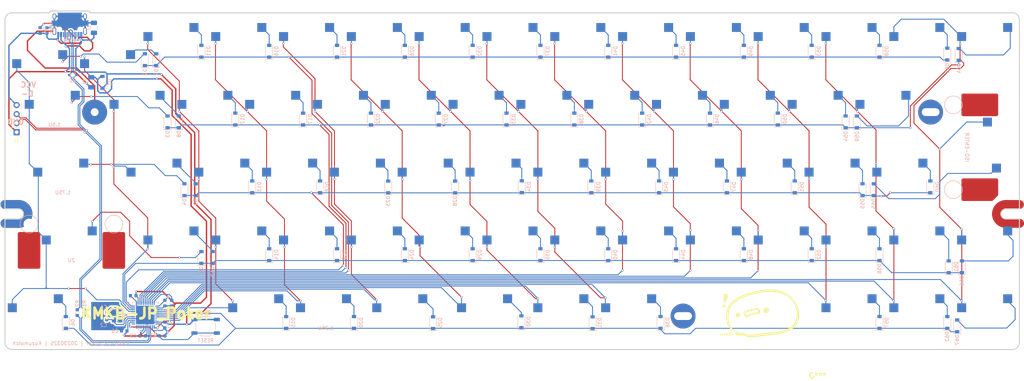
<source format=kicad_pcb>
(kicad_pcb (version 20211014) (generator pcbnew)
  (layers (0 "F.Cu" signal) (31 "B.Cu" signal) (34 "B.Paste" user) (35 "F.Paste" user) (36 "B.SilkS" user "B.Silkscreen") (37 "F.SilkS" user "F.Silkscreen") (38 "B.Mask" user) (39 "F.Mask" user) (44 "Edge.Cuts" user))
  (net 0 "")
  (net 1 "COL6")
  (net 2 "+5V")
  (net 3 "COL7")
  (net 4 "COL0")
  (net 5 "ROW0")
  (net 6 "Net-(D2-Pad2)")
  (net 7 "ROW1")
  (net 8 "Net-(D3-Pad2)")
  (net 9 "Net-(D4-Pad2)")
  (net 10 "Net-(D5-Pad2)")
  (net 11 "Net-(D6-Pad2)")
  (net 12 "Net-(D7-Pad2)")
  (net 13 "Net-(D8-Pad2)")
  (net 14 "Net-(D9-Pad2)")
  (net 15 "Net-(D11-Pad2)")
  (net 16 "Net-(D12-Pad2)")
  (net 17 "Net-(D13-Pad2)")
  (net 18 "Net-(D14-Pad2)")
  (net 19 "Net-(D15-Pad2)")
  (net 20 "Net-(D16-Pad2)")
  (net 21 "ROW2")
  (net 22 "Net-(D17-Pad2)")
  (net 23 "ROW3")
  (net 24 "Net-(D18-Pad2)")
  (net 25 "Net-(D19-Pad2)")
  (net 26 "Net-(D20-Pad2)")
  (net 27 "Net-(D21-Pad2)")
  (net 28 "Net-(D22-Pad2)")
  (net 29 "Net-(D23-Pad2)")
  (net 30 "Net-(D24-Pad2)")
  (net 31 "Net-(D25-Pad2)")
  (net 32 "Net-(D26-Pad2)")
  (net 33 "Net-(D27-Pad2)")
  (net 34 "Net-(D28-Pad2)")
  (net 35 "Net-(D29-Pad2)")
  (net 36 "Net-(D33-Pad2)")
  (net 37 "Net-(D34-Pad2)")
  (net 38 "ROW4")
  (net 39 "Net-(C1-Pad1)")
  (net 40 "Net-(D36-Pad2)")
  (net 41 "Net-(D38-Pad2)")
  (net 42 "Net-(D39-Pad2)")
  (net 43 "Net-(D40-Pad2)")
  (net 44 "Net-(D41-Pad2)")
  (net 45 "Net-(D42-Pad2)")
  (net 46 "Net-(D44-Pad2)")
  (net 47 "Net-(D45-Pad2)")
  (net 48 "Net-(D46-Pad2)")
  (net 49 "Net-(D47-Pad2)")
  (net 50 "Net-(D49-Pad2)")
  (net 51 "Net-(D50-Pad2)")
  (net 52 "Net-(D51-Pad2)")
  (net 53 "Net-(D54-Pad2)")
  (net 54 "Net-(D55-Pad2)")
  (net 55 "Net-(D56-Pad2)")
  (net 56 "Net-(D57-Pad2)")
  (net 57 "Net-(D59-Pad2)")
  (net 58 "Net-(D60-Pad2)")
  (net 59 "Net-(D61-Pad2)")
  (net 60 "Net-(D62-Pad2)")
  (net 61 "Net-(D63-Pad2)")
  (net 62 "Net-(D65-Pad2)")
  (net 63 "Net-(D66-Pad2)")
  (net 64 "Net-(D67-Pad2)")
  (net 65 "Net-(C2-Pad1)")
  (net 66 "Net-(C3-Pad2)")
  (net 67 "Net-(D32-Pad2)")
  (net 68 "Net-(D35-Pad2)")
  (net 69 "COL1")
  (net 70 "COL2")
  (net 71 "COL5")
  (net 72 "COL3")
  (net 73 "COL4")
  (net 74 "COL8")
  (net 75 "GND")
  (net 76 "D-")
  (net 77 "D+")
  (net 78 "COL9")
  (net 79 "COL10")
  (net 80 "COL11")
  (net 81 "COL12")
  (net 82 "COL13")
  (net 83 "Net-(D30-Pad2)")
  (net 84 "Net-(D31-Pad2)")
  (net 85 "Net-(D52-Pad2)")
  (net 86 "Net-(D48-Pad2)")
  (net 87 "Net-(D53-Pad2)")
  (net 88 "Net-(D58-Pad2)")
  (net 89 "Net-(R4-Pad2)")
  (net 90 "Net-(D37-Pad2)")
  (net 91 "Net-(D43-Pad2)")
  (net 95 "Net-(D64-Pad2)")
  (net 96 "Net-(R3-Pad1)")
  (net 97 "Net-(D10-Pad2)")
  (net 98 "VCC")
  (net 99 "Earth")
  (net 100 "Net-(R5-Pad2)")
  (net 101 "Net-(R6-Pad2)")
  (net 104 "USB+")
  (net 105 "USB-")
  (footprint "MX_Only:MXOnly-1U-Hotswap" (layer "F.Cu") (at 324.64375 238.91875)
    (fp_text reference "K_.1")
    (fp_text value "MX-NoLED")
  )
  (footprint "MX_Only:MXOnly-1U-Hotswap" (layer "F.Cu") (at 305.59375 238.91875)
    (fp_text reference "K_,1")
    (fp_text value "MX-NoLED")
  )
  (footprint "MX_Only:MXOnly-1U-Hotswap" (layer "F.Cu") (at 153.19375 181.76875 180)
    (fp_text reference "K_#1")
    (fp_text value "MX-NoLED")
  )
  (footprint "MX_Only:MXOnly-1U-Hotswap" (layer "F.Cu") (at 172.24375 181.76875)
    (fp_text reference "K_#2")
    (fp_text value "MX-NoLED")
  )
  (footprint "MX_Only:MXOnly-1U-Hotswap" (layer "F.Cu") (at 191.29375 181.76875)
    (fp_text reference "K_#3")
    (fp_text value "MX-NoLED")
  )
  (footprint "MX_Only:MXOnly-1U-Hotswap" (layer "F.Cu") (at 210.34375 181.76875)
    (fp_text reference "K_#4")
    (fp_text value "MX-NoLED")
  )
  (footprint "MX_Only:MXOnly-1U-Hotswap" (layer "F.Cu") (at 229.39375 181.76875)
    (fp_text reference "K_#5")
    (fp_text value "MX-NoLED")
  )
  (footprint "MX_Only:MXOnly-1U-Hotswap" (layer "F.Cu") (at 248.44375 181.76875)
    (fp_text reference "K_#6")
    (fp_text value "MX-NoLED")
  )
  (footprint "MX_Only:MXOnly-1U-Hotswap" (layer "F.Cu") (at 267.49375 181.76875)
    (fp_text reference "K_#7")
    (fp_text value "MX-NoLED")
  )
  (footprint "MX_Only:MXOnly-1U-Hotswap" (layer "F.Cu") (at 286.54375 181.76875)
    (fp_text reference "K_#8")
    (fp_text value "MX-NoLED")
  )
  (footprint "MX_Only:MXOnly-1U-Hotswap" (layer "F.Cu") (at 305.59375 181.76875)
    (fp_text reference "K_#9")
    (fp_text value "MX-NoLED")
  )
  (footprint "MX_Only:MXOnly-1U-Hotswap" (layer "F.Cu") (at 324.64375 181.76875)
    (fp_text reference "K_#0_1")
    (fp_text value "MX-NoLED")
  )
  (footprint "MX_Only:MXOnly-1U-Hotswap" (layer "F.Cu") (at 357.98125 219.86875)
    (fp_text reference "K_:1")
    (fp_text value "MX-NoLED")
  )
  (footprint "MX_Only:MXOnly-1U-Hotswap" (layer "F.Cu") (at 343.69375 181.76875)
    (fp_text reference "K_-1")
    (fp_text value "MX-NoLED")
  )
  (footprint "MX_Only:MXOnly-1U-Hotswap" (layer "F.Cu") (at 343.69375 238.91875)
    (fp_text reference "K_/1")
    (fp_text value "MX-NoLED")
  )
  (footprint "MX_Only:MXOnly-1U-Hotswap" (layer "F.Cu") (at 338.93125 219.86875)
    (fp_text reference "K_;1")
    (fp_text value "MX-NoLED")
  )
  (footprint "MX_Only:MXOnly-1U-Hotswap" (layer "F.Cu") (at 353.21875 200.81875)
    (fp_text reference "K_@1")
    (fp_text value "MX-NoLED")
  )
  (footprint "MX_Only:MXOnly-1U-Hotswap" (layer "F.Cu") (at 377.03125 219.86875)
    (fp_text reference "K_]1")
    (fp_text value "MX-NoLED")
  )
  (footprint "MX_Only:MXOnly-1U-Hotswap" (layer "F.Cu") (at 372.26875 200.81875)
    (fp_text reference "K_[1")
    (fp_text value "MX-NoLED")
  )
  (footprint "MX_Only:MXOnly-1U-Hotswap" (layer "F.Cu") (at 167.48125 219.86875)
    (fp_text reference "K_A1")
    (fp_text value "MX-NoLED")
  )
  (footprint "MX_Only:MXOnly-1U-Hotswap" (layer "F.Cu") (at 248.44375 238.91875)
    (fp_text reference "K_B1")
    (fp_text value "MX-NoLED")
  )
  (footprint "MX_Only:MXOnly-1U-Hotswap" (layer "F.Cu") (at 381.79375 181.76875)
    (fp_text reference "K_YEN1")
    (fp_text value "MX-NoLED")
  )
  (footprint "MX_Only:MXOnly-1U-Hotswap" (layer "F.Cu") (at 210.34375 238.91875)
    (fp_text reference "K_C1")
    (fp_text value "MX-NoLED")
  )
  (footprint "MX_Only:MXOnly-1U-Hotswap" (layer "F.Cu") (at 205.58125 219.86875)
    (fp_text reference "K_D1")
    (fp_text value "MX-NoLED")
  )
  (footprint "MX_Only:MXOnly-1U-Hotswap" (layer "F.Cu") (at 200.81875 200.81875)
    (fp_text reference "K_E1")
    (fp_text value "MX-NoLED")
  )
  (footprint "MX_Only:MXOnly-ISO-ROTATED-Hotswap" (layer "F.Cu") (at 398.4625 210.34375)
    (fp_text reference "K_ENTER1")
    (fp_text value "MX-NoLED")
  )
  (footprint "MX_Only:MXOnly-1U-Hotswap" (layer "F.Cu") (at 224.63125 219.86875)
    (fp_text reference "K_F1")
    (fp_text value "MX-NoLED")
  )
  (footprint "MX_Only:MXOnly-1U-Hotswap" (layer "F.Cu") (at 243.68125 219.86875)
    (fp_text reference "K_G1")
    (fp_text value "MX-NoLED")
  )
  (footprint "MX_Only:MXOnly-1U-Hotswap" (layer "F.Cu") (at 134.14375 181.76875 180)
    (fp_text reference "K_ESC1")
    (fp_text value "MX-NoLED")
  )
  (footprint "MX_Only:MXOnly-1U-Hotswap" (layer "F.Cu") (at 262.73125 219.86875)
    (fp_text reference "K_H1")
    (fp_text value "MX-NoLED")
  )
  (footprint "MX_Only:MXOnly-1U-Hotswap" (layer "F.Cu") (at 296.06875 200.81875)
    (fp_text reference "K_I1")
    (fp_text value "MX-NoLED")
  )
  (footprint "MX_Only:MXOnly-1U-Hotswap" (layer "F.Cu") (at 281.78125 219.86875)
    (fp_text reference "K_J1")
    (fp_text value "MX-NoLED")
  )
  (footprint "MX_Only:MXOnly-1U-Hotswap" (layer "F.Cu") (at 300.83125 219.86875)
    (fp_text reference "K_K1")
    (fp_text value "MX-NoLED")
  )
  (footprint "MX_Only:MXOnly-1U-Hotswap" (layer "F.Cu") (at 319.88125 219.86875)
    (fp_text reference "K_L1")
    (fp_text value "MX-NoLED")
  )
  (footprint "MX_Only:MXOnly-1U-Hotswap" (layer "F.Cu") (at 196.05625 257.96875)
    (fp_text reference "K_LALT1")
    (fp_text value "MX-NoLED")
  )
  (footprint "MX_Only:MXOnly-1U-Hotswap" (layer "F.Cu") (at 134.14375 257.96875)
    (fp_text reference "K_LCTRL1")
    (fp_text value "MX-NoLED")
  )
  (footprint "MX_Only:MXOnly-2U-Hotswap" (layer "F.Cu") (at 143.66875 238.91875)
    (fp_text reference "K_LSFT1")
    (fp_text value "MX-NoLED")
  )
  (footprint "MX_Only:MXOnly-1U-Hotswap" (layer "F.Cu") (at 286.54375 238.91875)
    (fp_text reference "K_M1")
    (fp_text value "MX-NoLED")
  )
  (footprint "MX_Only:MXOnly-1U-Hotswap" (layer "F.Cu") (at 267.49375 238.91875)
    (fp_text reference "K_N1")
    (fp_text value "MX-NoLED")
  )
  (footprint "MX_Only:MXOnly-1U-Hotswap" (layer "F.Cu") (at 315.11875 200.81875)
    (fp_text reference "K_O1")
    (fp_text value "MX-NoLED")
  )
  (footprint "MX_Only:MXOnly-1U-Hotswap" (layer "F.Cu") (at 334.16875 200.81875)
    (fp_text reference "K_P1")
    (fp_text value "MX-NoLED")
  )
  (footprint "MX_Only:MXOnly-1U-Hotswap" (layer "F.Cu") (at 219.86875 200.81875)
    (fp_text reference "K_R1")
    (fp_text value "MX-NoLED")
  )
  (footprint "MX_Only:MXOnly-1U-Hotswap" (layer "F.Cu") (at 362.74375 257.96875)
    (fp_text reference "K_LEFT1")
    (fp_text value "MX-NoLED")
  )
  (footprint "MX_Only:MXOnly-1U-Hotswap" (layer "F.Cu") (at 400.84375 257.96875)
    (fp_text reference "K_RIGHT1")
    (fp_text value "MX-NoLED")
  )
  (footprint "MX_Only:MXOnly-1U-Hotswap" (layer "F.Cu") (at 400.84375 238.91875)
    (fp_text reference "K_RSFT1")
    (fp_text value "MX-NoLED")
  )
  (footprint "MX_Only:MXOnly-1U-Hotswap" (layer "F.Cu") (at 186.53125 219.86875)
    (fp_text reference "K_S1")
    (fp_text value "MX-NoLED")
  )
  (footprint "MX_Only:MXOnly-1U-Hotswap" (layer "F.Cu") (at 238.91875 200.81875)
    (fp_text reference "K_T1")
    (fp_text value "MX-NoLED")
  )
  (footprint "MX_Only:MXOnly-1.5U-Hotswap" (layer "F.Cu") (at 138.90625 200.81875)
    (fp_text reference "K_TAB1")
    (fp_text value "MX-NoLED")
  )
  (footprint "MX_Only:MXOnly-1U-Hotswap" (layer "F.Cu") (at 277.01875 200.81875)
    (fp_text reference "K_U1")
    (fp_text value "MX-NoLED")
  )
  (footprint "MX_Only:MXOnly-1U-Hotswap" (layer "F.Cu") (at 229.39375 238.91875)
    (fp_text reference "K_V1")
    (fp_text value "MX-NoLED")
  )
  (footprint "MX_Only:MXOnly-1U-Hotswap" (layer "F.Cu") (at 191.29375 238.91875)
    (fp_text reference "K_X1")
    (fp_text value "MX-NoLED")
  )
  (footprint "MX_Only:MXOnly-1U-Hotswap" (layer "F.Cu") (at 257.96875 200.81875)
    (fp_text reference "K_Y1")
    (fp_text value "MX-NoLED")
  )
  (footprint "MX_Only:MXOnly-1U-Hotswap" (layer "F.Cu") (at 172.24375 238.91875)
    (fp_text reference "K_Z1")
    (fp_text value "MX-NoLED")
  )
  (footprint "MX_Only:MXOnly-1U-Hotswap" (layer "F.Cu") (at 381.79375 257.96875)
    (fp_text reference "K_DOWN1")
    (fp_text value "MX-NoLED")
  )
  (footprint "MX_Only:MXOnly-1U-Hotswap" (layer "F.Cu") (at 362.74375 238.91875)
    (fp_text reference "K_BKSL1")
    (fp_text value "MX-NoLED")
  )
  (footprint "MX_Only:MXOnly-1U-Hotswap" (layer "F.Cu") (at 400.84375 181.76875)
    (fp_text reference "K_BKSPC1")
    (fp_text value "MX-NoLED")
  )
  (footprint "MX_Only:MXOnly-1U-Hotswap" (layer "F.Cu") (at 181.76875 200.81875)
    (fp_text reference "K_W1")
    (fp_text value "MX-NoLED")
  )
  (footprint "MX_Only:MXOnly-1U-Hotswap" (layer "F.Cu") (at 162.71875 200.81875)
    (fp_text reference "K_Q1")
    (fp_text value "MX-NoLED")
  )
  (footprint "MX_Only:MXOnly-1.75U-Hotswap" (layer "F.Cu") (at 141.2875 219.86875)
    (fp_text reference "K_CAPS1")
    (fp_text value "MX-LED")
  )
  (footprint "MX_Only:MXOnly-1U-Hotswap" (layer "F.Cu") (at 215.10625 257.96875)
    (fp_text reference "K_NHENK1")
    (fp_text value "MX-NoLED")
  )
  (footprint "locallib:60_Outline-Modded-Extreme-deleteCenterHole" (layer "F.Cu") (at 267.49375 219.86875)
    (fp_text reference "REF**" hide)
    (fp_text value "60_Outline" hide)
    (fp_line (start -140.5 47.3) (end 140.5 47.3) (layer "Edge.Cuts") (width 0.3))
    (fp_line (start -142.5 45.3) (end -142.5 10.6) (layer "Edge.Cuts") (width 0.3))
    (fp_line (start 138.7 7.8) (end 142.5 7.8) (layer "Edge.Cuts") (width 0.3))
    (fp_line (start -140.5 -47.3) (end -130.3 -47.3) (layer "Edge.Cuts") (width 0.3))
    (fp_line (start -142.5 10.6) (end -138.7 10.6) (layer "Edge.Cuts") (width 0.3))
    (fp_line (start 142.5 7.8) (end 142.5 -45.3) (layer "Edge.Cuts") (width 0.3))
    (fp_line (start 138.7 10.6) (end 142.5 10.6) (layer "Edge.Cuts") (width 0.3))
    (fp_line (start 140.5 -47.3) (end -118.3 -47.3) (layer "Edge.Cuts") (width 0.3))
    (fp_line (start -142.5 7.8) (end -142.5 -45.3) (layer "Edge.Cuts") (width 0.3))
    (fp_line (start -129.8 -47.8) (end -118.8 -47.8) (layer "Edge.Cuts") (width 0.3))
    (fp_line (start 142.5 10.6) (end 142.5 45.3) (layer "Edge.Cuts") (width 0.3))
    (fp_line (start -138.7 7.8) (end -142.5 7.8) (layer "Edge.Cuts") (width 0.3))
    (fp_arc (start 138.7 10.6) (mid 137.710051 10.189949) (end 137.3 9.2) (layer "Edge.Cuts") (width 0.3))
    (fp_arc (start 140.5 -47.3) (mid 141.914214 -46.714214) (end 142.5 -45.3) (layer "Edge.Cuts") (width 0.3))
    (fp_arc (start -138.7 7.8) (mid -137.710051 8.210051) (end -137.3 9.2) (layer "Edge.Cuts") (width 0.3))
    (fp_arc (start -129.8 -47.8) (mid -129.946447 -47.446447) (end -130.3 -47.3) (layer "Edge.Cuts") (width 0.3))
    (fp_arc (start 142.5 45.3) (mid 141.914214 46.714214) (end 140.5 47.3) (layer "Edge.Cuts") (width 0.3))
    (fp_arc (start -137.3 9.2) (mid -137.710051 10.189949) (end -138.7 10.6) (layer "Edge.Cuts") (width 0.3))
    (fp_arc (start -118.3 -47.3) (mid -118.653553 -47.446447) (end -118.8 -47.8) (layer "Edge.Cuts") (width 0.3))
    (fp_arc (start -142.5 -45.3) (mid -141.914214 -46.714214) (end -140.5 -47.3) (layer "Edge.Cuts") (width 0.3))
    (fp_arc (start 137.3 9.2) (mid 137.710051 8.210051) (end 138.7 7.8) (layer "Edge.Cuts") (width 0.3))
    (fp_arc (start -140.5 47.3) (mid -141.914214 46.714214) (end -142.5 45.3) (layer "Edge.Cuts") (width 0.3))
  )
  (footprint "MX_Only:MXOnly-1U-Hotswap" (layer "F.Cu") (at 362.74375 181.76875)
    (fp_text reference "K_=1")
    (fp_text value "MX-NoLED")
  )
  (footprint "MX_Only:MXOnly-1U-Hotswap" (layer "F.Cu") (at 281.78125 257.96875)
    (fp_text reference "K_HENK1")
    (fp_text value "MX-NoLED")
  )
  (footprint "kuzumotch_icon:kuzumotch_icon" (layer "F.Cu") (at 336.804 256.794)
    (fp_text reference "G***")
    (fp_text value "LOGO" hide)
  )
  (footprint "MX_Only:MXOnly-1U-Hotswap" (layer "F.Cu") (at 300.83125 257.96875)
    (fp_text reference "K_WIN1")
    (fp_text value "MX-NoLED")
  )
  (footprint "Connector_PinHeader_2.54mm:PinHeader_1x04_P2.54mm_Vertical" (layer "F.Cu") (at 128.27 206.111 180)
    (fp_text reference "J1")
    (fp_text value "Conn_01x04")
  )
  (footprint "MX_Only:MXOnly-1U-Hotswap" (layer "F.Cu") (at 381.79375 238.91875)
    (fp_text reference "K_UP1")
    (fp_text value "MX-NoLED")
  )
  (footprint "MX_Only:MXOnly-1.25U-Hotswap" (layer "F.Cu") (at 260.35 257.96875)
    (fp_text reference "K_RSPACE1")
    (fp_text value "MX-NoLED")
  )
  (footprint "MX_Only:MXOnly-1.25U-Hotswap" (layer "F.Cu") (at 236.5375 257.96875)
    (fp_text reference "K_LSPACE1")
    (fp_text value "MX-NoLED")
  )
  (footprint "Diode_SMD:D_SOD-123" (layer "B.Cu") (at 164.30625 185.7375 90)
    (fp_text reference "D2")
    (fp_text value "SOD-123")
  )
  (footprint "Diode_SMD:D_SOD-123" (layer "B.Cu") (at 170.65625 203.2 90)
    (fp_text reference "D3")
    (fp_text value "SOD-123")
  )
  (footprint "Diode_SMD:D_SOD-123" (layer "B.Cu") (at 175.41875 222.25 90)
    (fp_text reference "D4")
    (fp_text value "SOD-123")
  )
  (footprint "Diode_SMD:D_SOD-123" (layer "B.Cu") (at 180.18125 241.3 90)
    (fp_text reference "D5")
    (fp_text value "SOD-123")
  )
  (footprint "Diode_SMD:D_SOD-123" (layer "B.Cu") (at 142.08125 259.55625 90)
    (fp_text reference "D6")
    (fp_text value "SOD-123")
  )
  (footprint "Diode_SMD:D_SOD-123" (layer "B.Cu") (at 173.83125 203.2 90)
    (fp_text reference "D8")
    (fp_text value "SOD-123")
  )
  (footprint "Diode_SMD:D_SOD-123" (layer "B.Cu") (at 180.18125 183.35625 90)
    (fp_text reference "D11")
    (fp_text value "SOD-123")
  )
  (footprint "Diode_SMD:D_SOD-123" (layer "B.Cu") (at 194.46875 221.45625 90)
    (fp_text reference "D13")
    (fp_text value "SOD-123")
  )
  (footprint "Diode_SMD:D_SOD-123" (layer "B.Cu") (at 183.35625 241.3 90)
    (fp_text reference "D10")
    (fp_text value "SOD-123")
  )
  (footprint "Diode_SMD:D_SOD-123" (layer "B.Cu") (at 203.99375 259.55625 90)
    (fp_text reference "D15")
    (fp_text value "SOD-123")
  )
  (footprint "Diode_SMD:D_SOD-123" (layer "B.Cu") (at 199.23125 183.35625 90)
    (fp_text reference "D16")
    (fp_text value "SOD-123")
  )
  (footprint "Diode_SMD:D_SOD-123" (layer "B.Cu") (at 208.75625 202.40625 90)
    (fp_text reference "D17")
    (fp_text value "SOD-123")
  )
  (footprint "Diode_SMD:D_SOD-123" (layer "B.Cu") (at 213.51875 221.45625 90)
    (fp_text reference "D18")
    (fp_text value "SOD-123")
  )
  (footprint "Diode_SMD:D_SOD-123" (layer "B.Cu") (at 199.23125 240.50625 90)
    (fp_text reference "D14")
    (fp_text value "SOD-123")
  )
  (footprint "Diode_SMD:D_SOD-123" (layer "B.Cu") (at 218.28125 183.35625 90)
    (fp_text reference "D21")
    (fp_text value "SOD-123")
  )
  (footprint "Diode_SMD:D_SOD-123" (layer "B.Cu") (at 227.80625 202.40625 90)
    (fp_text reference "D22")
    (fp_text value "SOD-123")
  )
  (footprint "Diode_SMD:D_SOD-123" (layer "B.Cu") (at 232.664 221.488 90)
    (fp_text reference "D23")
    (fp_text value "SOD-123")
  )
  (footprint "Diode_SMD:D_SOD-123" (layer "B.Cu") (at 218.28125 240.50625 90)
    (fp_text reference "D19")
    (fp_text value "SOD-123")
  )
  (footprint "Diode_SMD:D_SOD-123" (layer "B.Cu") (at 237.33125 183.35625 90)
    (fp_text reference "D26")
    (fp_text value "SOD-123")
  )
  (footprint "Diode_SMD:D_SOD-123" (layer "B.Cu") (at 246.85625 202.40625 90)
    (fp_text reference "D27")
    (fp_text value "SOD-123")
  )
  (footprint "Diode_SMD:D_SOD-123" (layer "B.Cu") (at 237.33125 240.50625 90)
    (fp_text reference "D24")
    (fp_text value "SOD-123")
  )
  (footprint "Diode_SMD:D_SOD-123" (layer "B.Cu") (at 256.38125 183.35625 90)
    (fp_text reference "D32")
    (fp_text value "SOD-123")
  )
  (footprint "Diode_SMD:D_SOD-123" (layer "B.Cu") (at 265.90625 202.40625 90)
    (fp_text reference "D33")
    (fp_text value "SOD-123")
  )
  (footprint "Diode_SMD:D_SOD-123" (layer "B.Cu") (at 270.183 221.411 90)
    (fp_text reference "D34")
    (fp_text value "SOD-123")
  )
  (footprint "Diode_SMD:D_SOD-123" (layer "B.Cu") (at 256.38125 240.50625 90)
    (fp_text reference "D29")
    (fp_text value "SOD-123")
  )
  (footprint "Diode_SMD:D_SOD-123" (layer "B.Cu") (at 275.43125 183.35625 90)
    (fp_text reference "D37")
    (fp_text value "SOD-123")
  )
  (footprint "Diode_SMD:D_SOD-123" (layer "B.Cu") (at 284.95625 202.40625 90)
    (fp_text reference "D38")
    (fp_text value "SOD-123")
  )
  (footprint "Diode_SMD:D_SOD-123" (layer "B.Cu") (at 289.71875 221.45625 90)
    (fp_text reference "D39")
    (fp_text value "SOD-123")
  )
  (footprint "Diode_SMD:D_SOD-123" (layer "B.Cu") (at 275.43125 240.50625 90)
    (fp_text reference "D35")
    (fp_text value "SOD-123")
  )
  (footprint "Diode_SMD:D_SOD-123" (layer "B.Cu") (at 294.48125 183.35625 90)
    (fp_text reference "D41")
    (fp_text value "SOD-123")
  )
  (footprint "Diode_SMD:D_SOD-123" (layer "B.Cu") (at 304.00625 202.40625 90)
    (fp_text reference "D42")
    (fp_text value "SOD-123")
  )
  (footprint "Diode_SMD:D_SOD-123" (layer "B.Cu") (at 308.76875 221.45625 90)
    (fp_text reference "D43")
    (fp_text value "SOD-123")
  )
  (footprint "Diode_SMD:D_SOD-123" (layer "B.Cu") (at 294.48125 240.50625 90)
    (fp_text reference "D40")
    (fp_text value "SOD-123")
  )
  (footprint "Diode_SMD:D_SOD-123" (layer "B.Cu") (at 313.53125 183.35625 90)
    (fp_text reference "D45")
    (fp_text value "SOD-123")
  )
  (footprint "Diode_SMD:D_SOD-123" (layer "B.Cu") (at 323.05625 202.40625 90)
    (fp_text reference "D46")
    (fp_text value "SOD-123")
  )
  (footprint "Diode_SMD:D_SOD-123" (layer "B.Cu") (at 327.81875 221.45625 90)
    (fp_text reference "D47")
    (fp_text value "SOD-123")
  )
  (footprint "Diode_SMD:D_SOD-123" (layer "B.Cu") (at 313.53125 240.50625 90)
    (fp_text reference "D44")
    (fp_text value "SOD-123")
  )
  (footprint "Diode_SMD:D_SOD-123" (layer "B.Cu") (at 332.58125 183.35625 90)
    (fp_text reference "D49")
    (fp_text value "SOD-123")
  )
  (footprint "Diode_SMD:D_SOD-123" (layer "B.Cu") (at 342.10625 202.40625 90)
    (fp_text reference "D50")
    (fp_text value "SOD-123")
  )
  (footprint "Diode_SMD:D_SOD-123" (layer "B.Cu") (at 346.86875 221.45625 90)
    (fp_text reference "D51")
    (fp_text value "SOD-123")
  )
  (footprint "Diode_SMD:D_SOD-123" (layer "B.Cu") (at 332.58125 240.50625 90)
    (fp_text reference "D48")
    (fp_text value "SOD-123")
  )
  (footprint "Diode_SMD:D_SOD-123" (layer "B.Cu") (at 351.63125 183.35625 90)
    (fp_text reference "D53")
    (fp_text value "SOD-123")
  )
  (footprint "Diode_SMD:D_SOD-123" (layer "B.Cu") (at 361.15625 203.2 90)
    (fp_text reference "D54")
    (fp_text value "SOD-123")
  )
  (footprint "Diode_SMD:D_SOD-123" (layer "B.Cu") (at 365.91875 222.25 90)
    (fp_text reference "D55")
    (fp_text value "SOD-123")
  )
  (footprint "Diode_SMD:D_SOD-123" (layer "B.Cu") (at 351.63125 240.50625 90)
    (fp_text reference "D52")
    (fp_text value "SOD-123")
  )
  (footprint "Diode_SMD:D_SOD-123" (layer "B.Cu") (at 370.68125 259.55625 90)
    (fp_text reference "D57")
    (fp_text value "SOD-123")
  )
  (footprint "Diode_SMD:D_SOD-123" (layer "B.Cu") (at 364.33125 203.2 90)
    (fp_text reference "D59")
    (fp_text value "SOD-123")
  )
  (footprint "Diode_SMD:D_SOD-123" (layer "B.Cu") (at 393.84375 243.91875 90)
    (fp_text reference "D66")
    (fp_text value "SOD-123")
  )
  (footprint "Diode_SMD:D_SOD-123" (layer "B.Cu") (at 384.96875 221.45625 90)
    (fp_text reference "D60")
    (fp_text value "SOD-123")
  )
  (footprint "Diode_SMD:D_SOD-123" (layer "B.Cu") (at 369.09375 222.25 90)
    (fp_text reference "D65")
    (fp_text value "SOD-123")
  )
  (footprint "Diode_SMD:D_SOD-123" (layer "B.Cu") (at 392.509375 260.50625 90)
    (fp_text reference "D67")
    (fp_text value "SOD-123")
  )
  (footprint "Diode_SMD:D_SOD-123" (layer "B.Cu") (at 389.73125 184.15 90)
    (fp_text reference "D63")
    (fp_text value "SOD-123")
  )
  (footprint "Diode_SMD:D_SOD-123" (layer "B.Cu") (at 370.68125 183.35625 90)
    (fp_text reference "D58")
    (fp_text value "SOD-123")
  )
  (footprint "Diode_SMD:D_SOD-123" (layer "B.Cu") (at 392.938 184.25 90)
    (fp_text reference "D64")
    (fp_text value "SOD-123")
  )
  (footprint "Diode_SMD:D_SOD-123" (layer "B.Cu") (at 370.68125 240.50625 90)
    (fp_text reference "D56")
    (fp_text value "SOD-123")
  )
  (footprint "Diode_SMD:D_SOD-123" (layer "B.Cu") (at 389.73125 259.55625 90)
    (fp_text reference "D62")
    (fp_text value "SOD-123")
  )
  (footprint "Resistor_SMD:R_0603_1608Metric" (layer "B.Cu") (at 171.823875 254.11825 90)
    (fp_text reference "R6")
    (fp_text value "1k")
  )
  (footprint "Capacitor_SMD:C_0603_1608Metric" (layer "B.Cu") (at 161.028875 252.02275 180)
    (fp_text reference "C4")
    (fp_text value "0.1uF")
  )
  (footprint "Resistor_SMD:R_0603_1608Metric" (layer "B.Cu") (at 169.169575 263.3321)
    (fp_text reference "R3")
    (fp_text value "10k")
  )
  (footprint "Button_Switch_SMD:SW_SPST_TL3342" (layer "B.Cu") (at 181.36475 260.632 180)
    (fp_text reference "SW1")
    (fp_text value "SW_Push")
  )
  (footprint "Diode_SMD:D_SOD-123" (layer "B.Cu") (at 189.70625 202.40625 90)
    (fp_text reference "D12")
    (fp_text value "SOD-123")
  )
  (footprint "Diode_SMD:D_SOD-123" (layer "B.Cu") (at 223.04375 259.55625 90)
    (fp_text reference "D20")
    (fp_text value "SOD-123")
  )
  (footprint "Diode_SMD:D_SOD-123" (layer "B.Cu") (at 251.46 221.488 90)
    (fp_text reference "D28")
    (fp_text value "SOD-123")
  )
  (footprint "Diode_SMD:D_SOD-123" (layer "B.Cu") (at 178.59375 222.25 90)
    (fp_text reference "D9")
    (fp_text value "SOD-123")
  )
  (footprint "Diode_SMD:D_SOD-123" (layer "B.Cu") (at 152.4 192.0875 90)
    (fp_text reference "D1")
    (fp_text value "SMF6.0CA")
  )
  (footprint "Fuse:Fuse_1206_3216Metric" (layer "B.Cu") (at 149.225 192.0875 -90)
    (fp_text reference "F1")
    (fp_text value "Polyfuse_Small")
  )
  (footprint "Inductor_SMD:L_1206_3216Metric" (layer "B.Cu") (at 149.987 176.784 -90)
    (fp_text reference "L1")
    (fp_text value "60R@100MHz")
  )
  (footprint "Resistor_SMD:R_0603_1608Metric" (layer "B.Cu") (at 134.874 177.546 90)
    (fp_text reference "R4")
    (fp_text value "5.1k")
  )
  (footprint "Resistor_SMD:R_0603_1608Metric" (layer "B.Cu") (at 136.779 177.546 90)
    (fp_text reference "R5")
    (fp_text value "5.1k")
  )
  (footprint "random-keyboard-parts:SOT143B" (layer "B.Cu") (at 144.018 189.103 180)
    (fp_text reference "U2")
    (fp_text value "PRTR5V0U2X")
  )
  (footprint "Type-C:HRO-TYPE-C-31-M-12-Assembly" (layer "B.Cu") (at 143.1925 170.9674)
    (fp_text reference "USB1")
    (fp_text value "HRO-TYPE-C-31-M-12")
  )
  (footprint "Package_DFN_QFN:QFN-44-1EP_7x7mm_P0.5mm_EP5.2x5.2mm" (layer "B.Cu") (at 164.409375 257.46875 90)
    (fp_text reference "U1")
    (fp_text value "ATmega32U4-MU")
  )
  (footprint "Crystal:Crystal_SMD_3225-4Pin_3.2x2.5mm" (layer "B.Cu") (at 156.456875 257.73775 -90)
    (fp_text reference "Y1")
    (fp_text value "16MHz")
  )
  (footprint "Capacitor_SMD:C_0603_1608Metric" (layer "B.Cu") (at 152.773875 258.75375 180)
    (fp_text reference "C2")
    (fp_text value "22pF")
  )
  (footprint "Capacitor_SMD:C_0603_1608Metric" (layer "B.Cu") (at 169.918875 260.27775 90)
    (fp_text reference "C7")
    (fp_text value "10uF")
  )
  (footprint "Capacitor_SMD:C_0603_1608Metric" (layer "B.Cu") (at 169.918875 254.11825 -90)
    (fp_text reference "C5")
    (fp_text value "0.1uF")
  )
  (footprint "Capacitor_SMD:C_0603_1608Metric" (layer "B.Cu") (at 163.695875 263.32575 180)
    (fp_text reference "C3")
    (fp_text value "1uF")
  )
  (footprint "Capacitor_SMD:C_0603_1608Metric" (layer "B.Cu") (at 158.488875 261.92875 180)
    (fp_text reference "C6")
    (fp_text value "0.1uF")
  )
  (footprint "Capacitor_SMD:C_0603_1608Metric" (layer "B.Cu") (at 152.773875 256.72175 180)
    (fp_text reference "C1")
    (fp_text value "22pF")
  )
  (footprint "Diode_SMD:D_SOD-123" (layer "B.Cu") (at 167.48125 185.7375 90)
    (fp_text reference "D7")
    (fp_text value "SOD-123")
  )
  (footprint "Resistor_SMD:R_0603_1608Metric" (layer "B.Cu") (at 147.236336 256.788664 90)
    (fp_text reference "R1")
    (fp_text value "22")
  )
  (footprint "Resistor_SMD:R_0603_1608Metric" (layer "B.Cu") (at 145.299586 256.788664 90)
    (fp_text reference "R2")
    (fp_text value "22")
  )
  (footprint "Diode_SMD:D_SOD-123" (layer "B.Cu") (at 390.128125 243.91875 90)
    (fp_text reference "D61")
    (fp_text value "SOD-123")
  )
  (footprint "Diode_SMD:D_SOD-123" (layer "B.Cu") (at 245.26875 259.61875 90)
    (fp_text reference "D25")
    (fp_text value "SOD-123")
  )
  (footprint "Diode_SMD:D_SOD-123" (layer "B.Cu") (at 309.165625 259.55 90)
    (fp_text reference "D36")
    (fp_text value "SOD-123")
  )
  (footprint "Diode_SMD:D_SOD-123" (layer "B.Cu") (at 290.075 259.63125 90)
    (fp_text reference "D31")
    (fp_text value "SOD-123")
  )
  (footprint "Diode_SMD:D_SOD-123" (layer "B.Cu") (at 270.075 259.35 90)
    (fp_text reference "D30")
    (fp_text value "SOD-123")
  )
  (gr_circle (center 391.4375 198.4375) (end 393.9375 198.4375) (layer "B.SilkS") (width 0.15) (fill none))
  (gr_circle (center 391.4375 222.25) (end 393.9375 222.25) (layer "B.SilkS") (width 0.15) (fill none))
  (gr_circle (center 167.759875 261.61125) (end 167.982125 261.61125) (layer "B.SilkS") (width 0.15) (fill none))
  (gr_circle (center 131.75615 231.9274) (end 134.25615 231.9274) (layer "B.SilkS") (width 0.15) (fill none))
  (gr_circle (center 155.58135 231.9274) (end 158.08135 231.9274) (layer "B.SilkS") (width 0.15) (fill none))
  (gr_text "GND" (at 128.016 203.2) (layer "B.SilkS") (effects (font (size 1.5 1.5) (thickness 0.3)) (justify mirror)))
  (gr_text "2U" (at 143.66875 242.09375) (layer "B.SilkS") (effects (font (size 1 1)) (justify mirror)))
  (gr_text "ISO-ENTER" (at 395.2875 210.34375 270) (layer "B.SilkS") (effects (font (size 1 1)) (justify mirror)))
  (gr_text "1.5U" (at 138.90625 203.99375) (layer "B.SilkS") (effects (font (size 1 1)) (justify mirror)))
  (gr_text "D-\n" (at 131.318 195.326) (layer "B.SilkS") (effects (font (size 1.5 1.5) (thickness 0.3)) (justify mirror)))
  (gr_text "KMKB-JP_Poker | 20230325 | Kuzumotch" (at 143.51 265.43) (layer "B.SilkS") (effects (font (size 1 1)) (justify mirror)))
  (gr_text "1.75U" (at 141.2875 223.04375) (layer "B.SilkS") (effects (font (size 1 1)) (justify mirror)))
  (gr_text "1.25U" (at 215.10625 261.14375) (layer "B.SilkS") (effects (font (size 1 1)) (justify mirror)))
  (gr_text "RESET" (at 181.36475 264.60075) (layer "B.SilkS") (effects (font (size 1 1)) (justify mirror)))
  (gr_text "VCC" (at 131.572 192.786) (layer "B.SilkS") (effects (font (size 1.5 1.5) (thickness 0.3)) (justify mirror)))
  (gr_text "KMKB-JP_Poker" (at 164.592 257.048) (layer "F.SilkS") (effects (font (size 3 3) (thickness 0.75))))
  (segment (start 260.38175 231.17175) (end 260.38175 238.34725) (width 0.254) (layer "F.Cu") (net 1))
  (segment (start 260.4135 238.379) (end 260.4135 239.2385) (width 0.254) (layer "F.Cu") (net 1))
  (segment (start 274.06375 252.88875) (end 274.73275 252.88875) (width 0.254) (layer "F.Cu") (net 1))
  (segment (start 260.4135 239.2385) (end 274.06375 252.88875) (width 0.254) (layer "F.Cu") (net 1))
  (segment (start 241.3 191.389) (end 250.19 200.279) (width 0.254) (layer "F.Cu") (net 1))
  (segment (start 255.651 226.441) (end 260.38175 231.17175) (width 0.254) (layer "F.Cu") (net 1))
  (segment (start 255.651 219.71) (end 255.651 205.74) (width 0.254) (layer "F.Cu") (net 1))
  (segment (start 255.651 219.71) (end 255.651 226.441) (width 0.254) (layer "F.Cu") (net 1))
  (segment (start 255.651 205.74) (end 250.19 200.279) (width 0.254) (layer "F.Cu") (net 1))
  (segment (start 241.3 181.229) (end 241.3 181.991) (width 0.254) (layer "F.Cu") (net 1))
  (segment (start 241.3 181.991) (end 241.3 191.389) (width 0.254) (layer "F.Cu") (net 1))
  (segment (start 260.38175 238.34725) (end 260.4135 238.379) (width 0.254) (layer "F.Cu") (net 1))
  (via (at 250.19 200.279) (size 0.6) (drill 0.4) (layers "F.Cu" "B.Cu") (net 1))
  (via (at 241.3 181.229) (size 0.6) (drill 0.4) (layers "F.Cu" "B.Cu") (net 1))
  (via (at 255.651 219.71) (size 0.6) (drill 0.4) (layers "F.Cu" "B.Cu") (net 1))
  (via (at 274.73275 252.88875) (size 0.6) (drill 0.4) (layers "F.Cu" "B.Cu") (net 1))
  (via (at 260.4135 238.379) (size 0.6) (drill 0.4) (layers "F.Cu" "B.Cu") (net 1))
  (segment (start 271.188 249.313) (end 274.73275 252.85775) (width 0.254) (layer "B.Cu") (net 1))
  (segment (start 180.435612 249.313) (end 271.188 249.313) (width 0.254) (layer "B.Cu") (net 1))
  (segment (start 255.651 219.71) (end 255.651 217.3335) (width 0.254) (layer "B.Cu") (net 1))
  (segment (start 241.35875 181.17025) (end 241.3 181.229) (width 0.254) (layer "B.Cu") (net 1))
  (segment (start 241.35875 179.22875) (end 241.35875 181.17025) (width 0.254) (layer "B.Cu") (net 1))
  (segment (start 250.19 198.9725) (end 250.88375 198.27875) (width 0.254) (layer "B.Cu") (net 1))
  (segment (start 274.69625 252.92525) (end 274.69625 255.42875) (width 0.254) (layer "B.Cu") (net 1))
  (segment (start 250.19 200.279) (end 250.19 198.9725) (width 0.254) (layer "B.Cu") (net 1))
  (segment (start 260.4135 238.379) (end 260.4135 236.3835) (width 0.254) (layer "B.Cu") (net 1))
  (segment (start 255.651 217.3335) (end 255.64625 217.32875) (width 0.254) (layer "B.Cu") (net 1))
  (segment (start 167.746875 256.46875) (end 173.279863 256.46875) (width 0.254) (layer "B.Cu") (net 1))
  (segment (start 173.279863 256.46875) (end 180.435612 249.313) (width 0.254) (layer "B.Cu") (net 1))
  (segment (start 260.4135 236.3835) (end 260.40875 236.37875) (width 0.254) (layer "B.Cu") (net 1))
  (segment (start 170.934875 262.05575) (end 170.76025 262.230375) (width 0.381) (layer "F.Cu") (net 2))
  (segment (start 162.743375 263.3575) (end 163.632375 263.3575) (width 0.381) (layer "F.Cu") (net 2))
  (segment (start 172.646125 254.564375) (end 172.522375 254.564375) (width 0.381) (layer "F.Cu") (net 2))
  (segment (start 181.61 252.476) (end 179.96775 254.11825) (width 0.381) (layer "F.Cu") (net 2))
  (segment (start 171.958 194.31) (end 171.958 201.422) (width 0.381) (layer "F.Cu") (net 2))
  (segment (start 179.96775 254.11825) (end 173.09225 254.11825) (width 0.381) (layer "F.Cu") (net 2))
  (segment (start 161.790875 250.87975) (end 169.283875 250.87975) (width 0.381) (layer "F.Cu") (net 2))
  (segment (start 167.64 191.135) (end 168.783 191.135) (width 0.381) (layer "F.Cu") (net 2))
  (segment (start 169.283875 250.87975) (end 170.807875 252.40375) (width 0.381) (layer "F.Cu") (net 2))
  (segment (start 171.958 201.422) (end 177.292 206.756) (width 0.381) (layer "F.Cu") (net 2))
  (segment (start 163.632375 263.3575) (end 163.187875 262.913) (width 0.381) (layer "F.Cu") (net 2))
  (segment (start 181.61 231.14) (end 181.61 252.476) (width 0.381) (layer "F.Cu") (net 2))
  (segment (start 172.522375 254.564375) (end 172.522375 254.11825) (width 0.381) (layer "F.Cu") (net 2))
  (segment (start 163.187875 262.913) (end 163.187875 262.05575) (width 0.381) (layer "F.Cu") (net 2))
  (segment (start 173.09225 254.11825) (end 172.522375 254.11825) (width 0.381) (layer "F.Cu") (net 2))
  (segment (start 158.679375 263.3575) (end 158.425375 263.1035) (width 0.381) (layer "F.Cu") (net 2))
  (segment (start 177.292 206.756) (end 177.292 226.822) (width 0.381) (layer "F.Cu") (net 2))
  (segment (start 170.76025 262.230375) (end 169.633125 263.3575) (width 0.381) (layer "F.Cu") (net 2))
  (segment (start 163.187875 262.913) (end 162.743375 263.3575) (width 0.381) (layer "F.Cu") (net 2))
  (segment (start 169.633125 263.3575) (end 163.632375 263.3575) (width 0.381) (layer "F.Cu") (net 2))
  (segment (start 177.292 226.822) (end 181.61 231.14) (width 0.381) (layer "F.Cu") (net 2))
  (segment (start 173.09225 254.11825) (end 172.646125 254.564375) (width 0.381) (layer "F.Cu") (net 2))
  (segment (start 162.743375 263.3575) (end 158.679375 263.3575) (width 0.381) (layer "F.Cu") (net 2))
  (segment (start 172.522375 254.11825) (end 170.807875 252.40375) (width 0.381) (layer "F.Cu") (net 2))
  (segment (start 170.934875 262.05575) (end 172.522375 260.46825) (width 0.381) (layer "F.Cu") (net 2))
  (segment (start 168.783 191.135) (end 171.958 194.31) (width 0.381) (layer "F.Cu") (net 2))
  (segment (start 172.522375 260.46825) (end 172.522375 254.564375) (width 0.381) (layer "F.Cu") (net 2))
  (via (at 163.187875 262.05575) (size 0.6) (drill 0.4) (layers "F.Cu" "B.Cu") (net 2))
  (via (at 161.790875 250.87975) (size 0.6) (drill 0.4) (layers "F.Cu" "B.Cu") (net 2))
  (via (at 170.807875 252.40375) (size 0.6) (drill 0.4) (layers "F.Cu" "B.Cu") (net 2))
  (via (at 170.76025 262.230375) (size 0.6) (drill 0.4) (layers "F.Cu" "B.Cu") (net 2))
  (via (at 167.64 191.135) (size 0.6) (drill 0.4) (layers "F.Cu" "B.Cu") (net 2))
  (via (at 158.425375 263.1035) (size 0.6) (drill 0.4) (layers "F.Cu" "B.Cu") (net 2))
  (segment (start 163.441875 262.05575) (end 163.187875 262.05575) (width 0.254) (layer "B.Cu") (net 2))
  (segment (start 163.909375 260.80625) (end 163.909375 261.58825) (width 0.254) (layer "B.Cu") (net 2))
  (segment (start 163.909375 261.58825) (end 163.441875 262.05575) (width 0.254) (layer "B.Cu") (net 2))
  (segment (start 169.79025 261.06525) (end 168.69375 259.96875) (width 0.254) (layer "B.Cu") (net 2))
  (segment (start 158.425375 263.1035) (end 159.276375 262.2525) (width 0.381) (layer "B.Cu") (net 2))
  (segment (start 169.918875 261.389) (end 170.76025 262.230375) (width 0.381) (layer "B.Cu") (net 2))
  (segment (start 153.797 195.072) (end 154.94 193.929) (width 0.381) (layer "B.Cu") (net 2))
  (segment (start 162.409375 254.13125) (end 162.409375 252.61575) (width 0.254) (layer "B.Cu") (net 2))
  (segment (start 166.409375 261.59425) (end 166.616875 261.80175) (width 0.254) (layer "B.Cu") (net 2))
  (segment (start 166.616875 261.80175) (end 169.182375 261.80175) (width 0.254) (layer "B.Cu") (net 2))
  (segment (start 166.409375 260.80625) (end 166.409375 261.59425) (width 0.254) (layer "B.Cu") (net 2))
  (segment (start 169.918875 261.06525) (end 169.918875 261.389) (width 0.381) (layer "B.Cu") (net 2))
  (segment (start 151.003 191.389) (end 151.003 194.437) (width 0.381) (layer "B.Cu") (net 2))
  (segment (start 161.816375 250.90525) (end 161.816375 252.02275) (width 0.254) (layer "B.Cu") (net 2))
  (segment (start 169.957075 263.3321) (end 169.957075 263.03355) (width 0.381) (layer "B.Cu") (net 2))
  (segment (start 151.003 194.437) (end 151.638 195.072) (width 0.381) (layer "B.Cu") (net 2))
  (segment (start 159.504875 261.70025) (end 159.276375 261.92875) (width 0.254) (layer "B.Cu") (net 2))
  (segment (start 151.638 195.072) (end 153.797 195.072) (width 0.381) (layer "B.Cu") (net 2))
  (segment (start 168.69375 259.96875) (end 167.746875 259.96875) (width 0.254) (layer "B.Cu") (net 2))
  (segment (start 155.575 191.135) (end 167.64 191.135) (width 0.381) (layer "B.Cu") (net 2))
  (segment (start 161.071875 258.96875) (end 159.797875 258.96875) (width 0.254) (layer "B.Cu") (net 2))
  (segment (start 169.957075 263.03355) (end 170.76025 262.230375) (width 0.381) (layer "B.Cu") (net 2))
  (segment (start 159.797875 258.96875) (end 159.504875 259.26175) (width 0.254) (layer "B.Cu") (net 2))
  (segment (start 162.409375 252.61575) (end 161.816375 252.02275) (width 0.254) (layer "B.Cu") (net 2))
  (segment (start 169.918875 253.29275) (end 170.807875 252.40375) (width 0.254) (layer "B.Cu") (net 2))
  (segment (start 150.3015 190.6875) (end 151.003 191.389) (width 0.381) (layer "B.Cu") (net 2))
  (segment (start 154.94 193.929) (end 154.94 191.77) (width 0.381) (layer "B.Cu") (net 2))
  (segment (start 169.182375 261.80175) (end 169.918875 261.06525) (width 0.254) (layer "B.Cu") (net 2))
  (segment (start 152.4 190.4375) (end 151.9545 190.4375) (width 0.381) (layer "B.Cu") (net 2))
  (segment (start 159.276375 262.2525) (end 159.276375 261.92875) (width 0.381) (layer "B.Cu") (net 2))
  (segment (start 154.94 191.77) (end 155.575 191.135) (width 0.381) (layer "B.Cu") (net 2))
  (segment (start 149.225 190.6875) (end 150.3015 190.6875) (width 0.381) (layer "B.Cu") (net 2))
  (segment (start 161.790875 250.87975) (end 161.816375 250.90525) (width 0.254) (layer "B.Cu") (net 2))
  (segment (start 168.280875 254.96875) (end 169.918875 253.33075) (width 0.254) (layer "B.Cu") (net 2))
  (segment (start 169.918875 253.33075) (end 169.918875 253.29275) (width 0.254) (layer "B.Cu") (net 2))
  (segment (start 159.504875 259.26175) (end 159.504875 261.70025) (width 0.254) (layer "B.Cu") (net 2))
  (segment (start 151.9545 190.4375) (end 151.003 191.389) (width 0.381) (layer "B.Cu") (net 2))
  (segment (start 167.746875 254.96875) (end 168.280875 254.96875) (width 0.254) (layer "B.Cu") (net 2))
  (segment (start 269.24 200.279) (end 269.9385 200.9775) (width 0.254) (layer "F.Cu") (net 3))
  (segment (start 269.9385 200.9775) (end 274.701 205.74) (width 0.254) (layer "F.Cu") (net 3))
  (segment (start 260.35 181.737) (end 260.35 191.389) (width 0.254) (layer "F.Cu") (net 3))
  (segment (start 260.35 191.389) (end 269.24 200.279) (width 0.254) (layer "F.Cu") (net 3))
  (segment (start 260.35 181.229) (end 260.35 181.737) (width 0.254) (layer "F.Cu") (net 3))
  (segment (start 279.4635 238.379) (end 279.4635 239.7885) (width 0.254) (layer "F.Cu") (net 3))
  (segment (start 279.4635 239.7885) (end 292.30975 252.63475) (width 0.254) (layer "F.Cu") (net 3))
  (segment (start 274.701 205.74) (end 274.701 219.329) (width 0.254) (layer "F.Cu") (net 3))
  (segment (start 274.701 228.346) (end 279.4635 233.1085) (width 0.254) (layer "F.Cu") (net 3))
  (segment (start 274.701 219.329) (end 274.701 228.346) (width 0.254) (layer "F.Cu") (net 3))
  (segment (start 279.4635 233.1085) (end 279.4635 238.379) (width 0.254) (layer "F.Cu") (net 3))
  (segment (start 292.30975 252.63475) (end 293.65575 252.63475) (width 0.254) (layer "F.Cu") (net 3))
  (via (at 279.4635 238.379) (size 0.6) (drill 0.4) (layers "F.Cu" "B.Cu") (net 3))
  (via (at 274.701 219.329) (size 0.6) (drill 0.4) (layers "F.Cu" "B.Cu") (net 3))
  (via (at 293.65575 252.63475) (size 0.6) (drill 0.4) (layers "F.Cu" "B.Cu") (net 3))
  (via (at 269.24 200.279) (size 0.6) (drill 0.4) (layers "F.Cu" "B.Cu") (net 3))
  (via (at 260.35 181.229) (size 0.6) (drill 0.4) (layers "F.Cu" "B.Cu") (net 3))
  (segment (start 180.247559 248.859) (end 289.88 248.859) (width 0.254) (layer "B.Cu") (net 3))
  (segment (start 279.4635 236.3835) (end 279.45875 236.37875) (width 0.254) (layer "B.Cu") (net 3))
  (segment (start 274.701 219.329) (end 274.701 217.3335) (width 0.254) (layer "B.Cu") (net 3))
  (segment (start 260.40875 179.22875) (end 260.40875 181.17025) (width 0.254) (layer "B.Cu") (net 3))
  (segment (start 279.4635 238.379) (end 279.4635 236.3835) (width 0.254) (layer "B.Cu") (net 3))
  (segment (start 293.65575 252.63475) (end 293.65575 255.33825) (width 0.254) (layer "B.Cu") (net 3))
  (segment (start 289.88 248.859) (end 293.65575 252.63475) (width 0.254) (layer "B.Cu") (net 3))
  (segment (start 260.40875 181.17025) (end 260.35 181.229) (width 0.254) (layer "B.Cu") (net 3))
  (segment (start 269.24 200.279) (end 269.24 198.9725) (width 0.254) (layer "B.Cu") (net 3))
  (segment (start 293.65575 255.33825) (end 293.74625 255.42875) (width 0.254) (layer "B.Cu") (net 3))
  (segment (start 173.13781 255.96875) (end 180.247559 248.859) (width 0.254) (layer "B.Cu") (net 3))
  (segment (start 269.24 198.9725) (end 269.93375 198.27875) (width 0.254) (layer "B.Cu") (net 3))
  (segment (start 167.746875 255.96875) (end 173.13781 255.96875) (width 0.254) (layer "B.Cu") (net 3))
  (segment (start 274.701 217.3335) (end 274.69625 217.32875) (width 0.254) (layer "B.Cu") (net 3))
  (segment (start 142.875 250.03125) (end 147.6375 250.03125) (width 0.254) (layer "F.Cu") (net 4))
  (via (at 142.875 250.03125) (size 0.6) (drill 0.4) (layers "F.Cu" "B.Cu") (net 4))
  (via (at 147.6375 250.03125) (size 0.6) (drill 0.4) (layers "F.Cu" "B.Cu") (net 4))
  (segment (start 136.58375 236.37875) (end 136.58375 249.75025) (width 0.254) (layer "B.Cu") (net 4))
  (segment (start 134.2025 217.32875) (end 134.366 217.49225) (width 0.254) (layer "B.Cu") (net 4))
  (segment (start 159.791625 256.46875) (end 157.663375 254.3405) (width 0.254) (layer "B.Cu") (net 4))
  (segment (start 128.30175 186.84875) (end 128.30175 188.69025) (width 0.254) (layer "B.Cu") (net 4))
  (segment (start 136.58375 249.936) (end 136.679 250.03125) (width 0.254) (layer "B.Cu") (net 4))
  (segment (start 161.071875 256.46875) (end 159.791625 256.46875) (width 0.254) (layer "B.Cu") (net 4))
  (segment (start 136.679 250.03125) (end 136.74725 250.03125) (width 0.254) (layer "B.Cu") (net 4))
  (segment (start 128.30175 188.69025) (end 131.82125 192.20975) (width 0.254) (layer "B.Cu") (net 4))
  (segment (start 157.663375 254.3405) (end 157.663375 253.707125) (width 0.254) (layer "B.Cu") (net 4))
  (segment (start 131.82125 214.9475) (end 134.2025 217.32875) (width 0.254) (layer "B.Cu") (net 4))
  (segment (start 136.30275 250.03125) (end 136.74725 250.03125) (width 0.254) (layer "B.Cu") (net 4))
  (segment (start 130.175 250.03125) (end 136.30275 250.03125) (width 0.254) (layer "B.Cu") (net 4))
  (segment (start 136.74725 250.03125) (end 136.81075 250.03125) (width 0.254) (layer "B.Cu") (net 4))
  (segment (start 131.82125 192.20975) (end 131.82125 198.27875) (width 0.254) (layer "B.Cu") (net 4))
  (segment (start 142.08125 250.03125) (end 142.875 250.03125) (width 0.254) (layer "B.Cu") (net 4))
  (segment (start 136.81075 250.03125) (end 142.08125 250.03125) (width 0.254) (layer "B.Cu") (net 4))
  (segment (start 127.05875 253.1475) (end 130.175 250.03125) (width 0.254) (layer "B.Cu") (net 4))
  (segment (start 150.8125 253.20625) (end 147.6375 250.03125) (width 0.254) (layer "B.Cu") (net 4))
  (segment (start 131.82125 198.27875) (end 131.82125 214.9475) (width 0.254) (layer "B.Cu") (net 4))
  (segment (start 134.366 217.49225) (end 134.366 234.161) (width 0.254) (layer "B.Cu") (net 4))
  (segment (start 127.05875 255.42875) (end 127.05875 253.1475) (width 0.254) (layer "B.Cu") (net 4))
  (segment (start 136.58375 249.75025) (end 136.58375 249.936) (width 0.254) (layer "B.Cu") (net 4))
  (segment (start 136.30275 250.03125) (end 136.58375 249.75025) (width 0.254) (layer "B.Cu") (net 4))
  (segment (start 134.366 234.161) (end 136.58375 236.37875) (width 0.254) (layer "B.Cu") (net 4))
  (segment (start 136.58375 249.80425) (end 136.81075 250.03125) (width 0.254) (layer "B.Cu") (net 4))
  (segment (start 157.663375 253.707125) (end 157.1625 253.20625) (width 0.254) (layer "B.Cu") (net 4))
  (segment (start 136.58375 249.75025) (end 136.58375 249.80425) (width 0.254) (layer "B.Cu") (net 4))
  (segment (start 157.1625 253.20625) (end 150.8125 253.20625) (width 0.254) (layer "B.Cu") (net 4))
  (segment (start 216.775 226.675) (end 221.475 231.375) (width 0.254) (layer "F.Cu") (net 5))
  (segment (start 211.25 200.85) (end 216.775 206.375) (width 0.254) (layer "F.Cu") (net 5))
  (segment (start 221.475 244.75) (end 221.5 244.775) (width 0.254) (layer "F.Cu") (net 5))
  (segment (start 221.5 244.775) (end 221.5 244.9) (width 0.254) (layer "F.Cu") (net 5))
  (segment (start 221.475 231.375) (end 221.475 244.75) (width 0.254) (layer "F.Cu") (net 5))
  (segment (start 216.775 206.375) (end 216.775 226.675) (width 0.254) (layer "F.Cu") (net 5))
  (segment (start 211.25 191.5) (end 211.25 200.85) (width 0.254) (layer "F.Cu") (net 5))
  (segment (start 204.75625 185.00625) (end 211.25 191.5) (width 0.254) (layer "F.Cu") (net 5))
  (via (at 221.5 244.9) (size 0.6) (drill 0.4) (layers "F.Cu" "B.Cu") (net 5))
  (via (at 204.75625 185.00625) (size 0.6) (drill 0.4) (layers "F.Cu" "B.Cu") (net 5))
  (segment (start 167.48125 187.3875) (end 164.30625 187.3875) (width 0.254) (layer "B.Cu") (net 5))
  (segment (start 180.18125 185.00625) (end 204.75625 185.00625) (width 0.254) (layer "B.Cu") (net 5))
  (segment (start 294.48125 185.00625) (end 387.2875 185.00625) (width 0.254) (layer "B.Cu") (net 5))
  (segment (start 169.8625 185.00625) (end 167.48125 187.3875) (width 0.254) (layer "B.Cu") (net 5))
  (segment (start 389.73125 185.8) (end 388.492 185.8) (width 0.254) (layer "B.Cu") (net 5))
  (segment (start 204.75625 185.00625) (end 275.43125 185.00625) (width 0.254) (layer "B.Cu") (net 5))
  (segment (start 294.48125 185.00625) (end 275.43125 185.00625) (width 0.254) (layer "B.Cu") (net 5))
  (segment (start 388.492 185.8) (end 387.69825 185.00625) (width 0.254) (layer "B.Cu") (net 5))
  (segment (start 169.737771 245.681) (end 220.719 245.681) (width 0.254) (layer "B.Cu") (net 5))
  (segment (start 180.18125 185.00625) (end 169.8625 185.00625) (width 0.254) (layer "B.Cu") (net 5))
  (segment (start 163.409375 254.13125) (end 163.409375 252.009396) (width 0.254) (layer "B.Cu") (net 5))
  (segment (start 387.69825 185.00625) (end 387.2875 185.00625) (width 0.254) (layer "B.Cu") (net 5))
  (segment (start 220.719 245.681) (end 221.5 244.9) (width 0.254) (layer "B.Cu") (net 5))
  (segment (start 163.409375 252.009396) (end 169.737771 245.681) (width 0.254) (layer "B.Cu") (net 5))
  (segment (start 142.748 184.785) (end 146.304 184.785) (width 0.254) (layer "F.Cu") (net 6))
  (segment (start 141.224 186.309) (end 142.748 184.785) (width 0.254) (layer "F.Cu") (net 6))
  (via (at 141.224 186.309) (size 0.6) (drill 0.4) (layers "F.Cu" "B.Cu") (net 6))
  (via (at 146.304 184.785) (size 0.6) (drill 0.4) (layers "F.Cu" "B.Cu") (net 6))
  (segment (start 146.304 184.785) (end 146.939 184.15) (width 0.254) (layer "B.Cu") (net 6))
  (segment (start 164.1465 184.0875) (end 164.30625 184.0875) (width 0.254) (layer "B.Cu") (net 6))
  (segment (start 146.939 184.15) (end 151.384 184.15) (width 0.254) (layer "B.Cu") (net 6))
  (segment (start 141.22875 184.30875) (end 141.22875 186.30425) (width 0.254) (layer "B.Cu") (net 6))
  (segment (start 141.22875 186.30425) (end 141.224 186.309) (width 0.254) (layer "B.Cu") (net 6))
  (segment (start 161.798 186.436) (end 164.1465 184.0875) (width 0.254) (layer "B.Cu") (net 6))
  (segment (start 153.67 186.436) (end 161.798 186.436) (width 0.254) (layer "B.Cu") (net 6))
  (segment (start 151.384 184.15) (end 153.67 186.436) (width 0.254) (layer "B.Cu") (net 6))
  (segment (start 390.906 187.198) (end 379.349 198.755) (width 0.254) (layer "F.Cu") (net 7))
  (segment (start 220.8 231.7) (end 220.8 243.55) (width 0.254) (layer "F.Cu") (net 7))
  (segment (start 220.8 244.075) (end 220.775 244.1) (width 0.254) (layer "F.Cu") (net 7))
  (segment (start 220.8 243.55) (end 220.8 244.075) (width 0.254) (layer "F.Cu") (net 7))
  (segment (start 213.36875 204.05625) (end 216.05 206.7375) (width 0.254) (layer "F.Cu") (net 7))
  (segment (start 392.938 187.198) (end 390.906 187.198) (width 0.254) (layer "F.Cu") (net 7))
  (segment (start 216.05 226.95) (end 220.8 231.7) (width 0.254) (layer "F.Cu") (net 7))
  (segment (start 216.05 206.7375) (end 216.05 226.95) (width 0.254) (layer "F.Cu") (net 7))
  (segment (start 379.349 198.755) (end 379.349 204.851) (width 0.254) (layer "F.Cu") (net 7))
  (via (at 392.938 187.198) (size 0.6) (drill 0.4) (layers "F.Cu" "B.Cu") (net 7))
  (via (at 379.349 204.851) (size 0.6) (drill 0.4) (layers "F.Cu" "B.Cu") (net 7))
  (via (at 220.775 244.1) (size 0.6) (drill 0.4) (layers "F.Cu" "B.Cu") (net 7))
  (via (at 213.36875 204.05625) (size 0.6) (drill 0.4) (layers "F.Cu" "B.Cu") (net 7))
  (segment (start 364.33125 204.85) (end 361.15625 204.85) (width 0.254) (layer "B.Cu") (net 7))
  (segment (start 247.74425 204.05625) (end 174.625 204.05625) (width 0.254) (layer "B.Cu") (net 7))
  (segment (start 342.10625 204.05625) (end 248.69875 204.05625) (width 0.254) (layer "B.Cu") (net 7))
  (segment (start 173.83125 204.85) (end 170.65625 204.85) (width 0.254) (layer "B.Cu") (net 7))
  (segment (start 247.99825 204.05625) (end 248.285 204.343) (width 0.254) (layer "B.Cu") (net 7))
  (segment (start 247.74425 204.05625) (end 247.99825 204.05625) (width 0.254) (layer "B.Cu") (net 7))
  (segment (start 169.549719 245.227) (end 219.648 245.227) (width 0.254) (layer "B.Cu") (net 7))
  (segment (start 248.69875 204.05625) (end 247.74425 204.05625) (width 0.254) (layer "B.Cu") (net 7))
  (segment (start 162.909375 251.867344) (end 169.549719 245.227) (width 0.254) (layer "B.Cu") (net 7))
  (segment (start 392.938 185.9) (end 392.938 187.198) (width 0.254) (layer "B.Cu") (net 7))
  (segment (start 162.909375 254.13125) (end 162.909375 251.867344) (width 0.254) (layer "B.Cu") (net 7))
  (segment (start 342.10625 204.05625) (end 360.3625 204.05625) (width 0.254) (layer "B.Cu") (net 7))
  (segment (start 379.349 204.851) (end 379.348 204.85) (width 0.254) (layer "B.Cu") (net 7))
  (segment (start 248.57175 204.05625) (end 248.69875 204.05625) (width 0.254) (layer "B.Cu") (net 7))
  (segment (start 379.348 204.85) (end 364.33125 204.85) (width 0.254) (layer "B.Cu") (net 7))
  (segment (start 174.625 204.05625) (end 173.83125 204.85) (width 0.254) (layer "B.Cu") (net 7))
  (segment (start 360.3625 204.05625) (end 361.15625 204.85) (width 0.254) (layer "B.Cu") (net 7))
  (segment (start 248.285 204.343) (end 248.57175 204.05625) (width 0.254) (layer "B.Cu") (net 7))
  (segment (start 219.648 245.227) (end 220.775 244.1) (width 0.254) (layer "B.Cu") (net 7))
  (segment (start 145.415 196.088) (end 149.225 196.088) (width 0.254) (layer "F.Cu") (net 8))
  (segment (start 143.764 197.739) (end 144.399 197.104) (width 0.254) (layer "F.Cu") (net 8))
  (segment (start 144.399 197.104) (end 145.415 196.088) (width 0.254) (layer "F.Cu") (net 8))
  (via (at 149.225 196.088) (size 0.6) (drill 0.4) (layers "F.Cu" "B.Cu") (net 8))
  (via (at 143.764 197.739) (size 0.6) (drill 0.4) (layers "F.Cu" "B.Cu") (net 8))
  (segment (start 168.36925 199.263) (end 170.65625 201.55) (width 0.254) (layer "B.Cu") (net 8))
  (segment (start 162.179 196.088) (end 165.354 199.263) (width 0.254) (layer "B.Cu") (net 8))
  (segment (start 165.354 199.263) (end 168.36925 199.263) (width 0.254) (layer "B.Cu") (net 8))
  (segment (start 143.764 197.739) (end 143.764 196.723) (width 0.254) (layer "B.Cu") (net 8))
  (segment (start 143.764 196.723) (end 144.74825 195.73875) (width 0.254) (layer "B.Cu") (net 8))
  (segment (start 149.225 196.088) (end 162.179 196.088) (width 0.254) (layer "B.Cu") (net 8))
  (segment (start 154.813 215.138) (end 149.098 215.138) (width 0.254) (layer "F.Cu") (net 9))
  (via (at 149.098 215.138) (size 0.6) (drill 0.4) (layers "F.Cu" "B.Cu") (net 9))
  (via (at 154.813 215.138) (size 0.6) (drill 0.4) (layers "F.Cu" "B.Cu") (net 9))
  (segment (start 170.053 218.313) (end 166.878 215.138) (width 0.254) (layer "B.Cu") (net 9))
  (segment (start 149.098 215.138) (end 147.47875 215.138) (width 0.254) (layer "B.Cu") (net 9))
  (segment (start 147.47875 215.138) (end 147.1295 214.78875) (width 0.254) (layer "B.Cu") (net 9))
  (segment (start 166.878 215.138) (end 154.813 215.138) (width 0.254) (layer "B.Cu") (net 9))
  (segment (start 173.228 218.313) (end 170.053 218.313) (width 0.254) (layer "B.Cu") (net 9))
  (segment (start 175.41875 220.6) (end 175.41875 220.50375) (width 0.254) (layer "B.Cu") (net 9))
  (segment (start 175.41875 220.50375) (end 173.228 218.313) (width 0.254) (layer "B.Cu") (net 9))
  (segment (start 160.02 231.129289) (end 160.02 235.23342) (width 0.254) (layer "F.Cu") (net 10))
  (segment (start 160.02 235.23342) (end 166.11833 241.33175) (width 0.254) (layer "F.Cu") (net 10))
  (segment (start 166.11833 241.33175) (end 174.02175 241.33175) (width 0.254) (layer "F.Cu") (net 10))
  (segment (start 149.51075 231.14) (end 152.05075 228.6) (width 0.254) (layer "F.Cu") (net 10))
  (segment (start 157.490711 228.6) (end 160.02 231.129289) (width 0.254) (layer "F.Cu") (net 10))
  (segment (start 152.05075 228.6) (end 157.490711 228.6) (width 0.254) (layer "F.Cu") (net 10))
  (via (at 149.51075 231.14) (size 0.6) (drill 0.4) (layers "F.Cu" "B.Cu") (net 10))
  (via (at 174.02175 241.33175) (size 0.6) (drill 0.4) (layers "F.Cu" "B.Cu") (net 10))
  (segment (start 174.02175 241.33175) (end 178.4995 241.33175) (width 0.254) (layer "B.Cu") (net 10))
  (segment (start 149.51075 233.83875) (end 149.51075 231.14) (width 0.254) (layer "B.Cu") (net 10))
  (segment (start 178.4995 241.33175) (end 180.18125 239.65) (width 0.254) (layer "B.Cu") (net 10))
  (segment (start 142.08125 254.98425) (end 139.98575 252.88875) (width 0.254) (layer "B.Cu") (net 11))
  (segment (start 142.08125 257.90625) (end 142.08125 254.98425) (width 0.254) (layer "B.Cu") (net 11))
  (segment (start 167.48125 184.0875) (end 167.1965 184.0875) (width 0.254) (layer "B.Cu") (net 12))
  (segment (start 161.5805 183.007) (end 160.27875 184.30875) (width 0.254) (layer "B.Cu") (net 12))
  (segment (start 167.1965 184.0875) (end 166.116 183.007) (width 0.254) (layer "B.Cu") (net 12))
  (segment (start 166.116 183.007) (end 161.5805 183.007) (width 0.254) (layer "B.Cu") (net 12))
  (segment (start 173.83125 201.39025) (end 168.56075 196.11975) (width 0.254) (layer "B.Cu") (net 13))
  (segment (start 173.83125 201.55) (end 173.83125 201.39025) (width 0.254) (layer "B.Cu") (net 13))
  (segment (start 168.56075 196.11975) (end 168.56075 195.73875) (width 0.254) (layer "B.Cu") (net 13))
  (segment (start 178.59375 220.6) (end 178.59375 220.37675) (width 0.254) (layer "B.Cu") (net 14))
  (segment (start 173.32325 215.10625) (end 173.32325 214.78875) (width 0.254) (layer "B.Cu") (net 14))
  (segment (start 178.59375 220.37675) (end 173.32325 215.10625) (width 0.254) (layer "B.Cu") (net 14))
  (segment (start 180.18125 181.70625) (end 180.18125 178.78425) (width 0.254) (layer "B.Cu") (net 15))
  (segment (start 180.18125 178.78425) (end 178.08575 176.68875) (width 0.254) (layer "B.Cu") (net 15))
  (segment (start 189.70625 200.75625) (end 189.70625 197.83425) (width 0.254) (layer "B.Cu") (net 16))
  (segment (start 189.70625 197.83425) (end 187.61075 195.73875) (width 0.254) (layer "B.Cu") (net 16))
  (segment (start 194.46875 219.80625) (end 194.46875 216.88425) (width 0.254) (layer "B.Cu") (net 17))
  (segment (start 194.46875 216.88425) (end 192.37325 214.78875) (width 0.254) (layer "B.Cu") (net 17))
  (segment (start 199.23125 238.85625) (end 199.23125 235.93425) (width 0.254) (layer "B.Cu") (net 18))
  (segment (start 199.23125 235.93425) (end 197.13575 233.83875) (width 0.254) (layer "B.Cu") (net 18))
  (segment (start 203.99375 257.90625) (end 203.99375 254.98425) (width 0.254) (layer "B.Cu") (net 19))
  (segment (start 203.99375 254.98425) (end 201.89825 252.88875) (width 0.254) (layer "B.Cu") (net 19))
  (segment (start 199.23125 178.78425) (end 197.13575 176.68875) (width 0.254) (layer "B.Cu") (net 20))
  (segment (start 199.23125 181.70625) (end 199.23125 178.78425) (width 0.254) (layer "B.Cu") (net 20))
  (segment (start 220.075 232.1375) (end 220.075 243.404) (width 0.254) (layer "F.Cu") (net 21))
  (segment (start 211.04375 223.10625) (end 220.075 232.1375) (width 0.254) (layer "F.Cu") (net 21))
  (segment (start 372.725 224.05) (end 371.2 224.05) (width 0.254) (layer "F.Cu") (net 21))
  (segment (start 220.071 243.404) (end 220 243.475) (width 0.254) (layer "F.Cu") (net 21))
  (segment (start 220.075 243.404) (end 220.071 243.404) (width 0.254) (layer "F.Cu") (net 21))
  (segment (start 373.675 223.1) (end 372.725 224.05) (width 0.254) (layer "F.Cu") (net 21))
  (via (at 373.675 223.1) (size 0.6) (drill 0.4) (layers "F.Cu" "B.Cu") (net 21))
  (via (at 211.04375 223.10625) (size 0.6) (drill 0.4) (layers "F.Cu" "B.Cu") (net 21))
  (via (at 220 243.475) (size 0.6) (drill 0.4) (layers "F.Cu" "B.Cu") (net 21))
  (via (at 371.2 224.05) (size 0.6) (drill 0.4) (layers "F.Cu" "B.Cu") (net 21))
  (segment (start 363.82225 223.10625) (end 346.86875 223.10625) (width 0.254) (layer "B.Cu") (net 21))
  (segment (start 346.86875 223.10625) (end 270.22825 223.10625) (width 0.254) (layer "B.Cu") (net 21))
  (segment (start 232.664 223.138) (end 270.106 223.138) (width 0.254) (layer "B.Cu") (net 21))
  (segment (start 160.463927 254.975) (end 159.079375 253.590448) (width 0.254) (layer "B.Cu") (net 21))
  (segment (start 213.51875 223.10625) (end 179.3875 223.10625) (width 0.254) (layer "B.Cu") (net 21))
  (segment (start 365.91875 223.9) (end 369.09375 223.9) (width 0.254) (layer "B.Cu") (net 21))
  (segment (start 213.51875 223.10625) (end 232.63225 223.10625) (width 0.254) (layer "B.Cu") (net 21))
  (segment (start 159.079375 253.590448) (end 159.079375 248.25) (width 0.254) (layer "B.Cu") (net 21))
  (segment (start 363.82225 223.10625) (end 365.125 223.10625) (width 0.254) (layer "B.Cu") (net 21))
  (segment (start 218.725 244.75) (end 220 243.475) (width 0.254) (layer "B.Cu") (net 21))
  (segment (start 161.065625 254.975) (end 160.463927 254.975) (width 0.254) (layer "B.Cu") (net 21))
  (segment (start 159.079375 248.25) (end 162.579375 244.75) (width 0.254) (layer "B.Cu") (net 21))
  (segment (start 373.68125 223.10625) (end 373.675 223.1) (width 0.254) (layer "B.Cu") (net 21))
  (segment (start 369.19 223.9) (end 369.09375 223.9) (width 0.254) (layer "B.Cu") (net 21))
  (segment (start 369.24375 224.05) (end 369.09375 223.9) (width 0.254) (layer "B.Cu") (net 21))
  (segment (start 162.579375 244.75) (end 218.725 244.75) (width 0.254) (layer "B.Cu") (net 21))
  (segment (start 384.96875 223.10625) (end 373.68125 223.10625) (width 0.254) (layer "B.Cu") (net 21))
  (segment (start 371.2 224.05) (end 369.24375 224.05) (width 0.254) (layer "B.Cu") (net 21))
  (segment (start 179.3875 223.10625) (end 178.59375 223.9) (width 0.254) (layer "B.Cu") (net 21))
  (segment (start 161.071875 254.96875) (end 161.065625 254.975) (width 0.254) (layer "B.Cu") (net 21))
  (segment (start 178.59375 223.9) (end 175.41875 223.9) (width 0.254) (layer "B.Cu") (net 21))
  (segment (start 232.63225 223.10625) (end 232.664 223.138) (width 0.254) (layer "B.Cu") (net 21))
  (segment (start 365.125 223.10625) (end 365.91875 223.9) (width 0.254) (layer "B.Cu") (net 21))
  (segment (start 208.75625 200.75625) (end 208.75625 197.83425) (width 0.254) (layer "B.Cu") (net 22))
  (segment (start 208.75625 197.83425) (end 206.66075 195.73875) (width 0.254) (layer "B.Cu") (net 22))
  (segment (start 158.625375 253.7785) (end 158.625375 246.035427) (width 0.254) (layer "B.Cu") (net 23))
  (segment (start 184.15 242.15625) (end 183.35625 242.95) (width 0.254) (layer "B.Cu") (net 23))
  (segment (start 374.09375 245.56875) (end 370.68125 242.15625) (width 0.254) (layer "B.Cu") (net 23))
  (segment (start 161.071875 255.46875) (end 160.315625 255.46875) (width 0.254) (layer "B.Cu") (net 23))
  (segment (start 183.35625 242.95) (end 180.18125 242.95) (width 0.254) (layer "B.Cu") (net 23))
  (segment (start 393.84375 245.56875) (end 390.128125 245.56875) (width 0.254) (layer "B.Cu") (net 23))
  (segment (start 161.710802 242.95) (end 170.65 242.95) (width 0.254) (layer "B.Cu") (net 23))
  (segment (start 158.625375 246.035427) (end 161.710802 242.95) (width 0.254) (layer "B.Cu") (net 23))
  (segment (start 370.68125 242.15625) (end 351.63125 242.15625) (width 0.254) (layer "B.Cu") (net 23))
  (segment (start 180.18125 242.95) (end 170.623875 242.95) (width 0.254) (layer "B.Cu") (net 23))
  (segment (start 199.23125 242.15625) (end 184.15 242.15625) (width 0.254) (layer "B.Cu") (net 23))
  (segment (start 160.315625 255.46875) (end 158.625375 253.7785) (width 0.254) (layer "B.Cu") (net 23))
  (segment (start 390.128125 245.56875) (end 374.09375 245.56875) (width 0.254) (layer "B.Cu") (net 23))
  (segment (start 351.63125 242.15625) (end 199.23125 242.15625) (width 0.254) (layer "B.Cu") (net 23))
  (segment (start 213.51875 216.88425) (end 211.42325 214.78875) (width 0.254) (layer "B.Cu") (net 24))
  (segment (start 213.51875 219.80625) (end 213.51875 216.88425) (width 0.254) (layer "B.Cu") (net 24))
  (segment (start 218.28125 235.93425) (end 216.18575 233.83875) (width 0.254) (layer "B.Cu") (net 25))
  (segment (start 218.28125 238.85625) (end 218.28125 235.93425) (width 0.254) (layer "B.Cu") (net 25))
  (segment (start 223.04375 254.98425) (end 220.94825 252.88875) (width 0.254) (layer "B.Cu") (net 26))
  (segment (start 223.04375 257.90625) (end 223.04375 254.98425) (width 0.254) (layer "B.Cu") (net 26))
  (segment (start 218.28125 181.70625) (end 218.28125 178.78425) (width 0.254) (layer "B.Cu") (net 27))
  (segment (start 218.28125 178.78425) (end 216.18575 176.68875) (width 0.254) (layer "B.Cu") (net 27))
  (segment (start 227.80625 200.75625) (end 227.80625 197.83425) (width 0.254) (layer "B.Cu") (net 28))
  (segment (start 227.80625 197.83425) (end 225.71075 195.73875) (width 0.254) (layer "B.Cu") (net 28))
  (segment (start 232.56875 216.88425) (end 230.47325 214.78875) (width 0.254) (layer "B.Cu") (net 29))
  (segment (start 232.56875 219.74275) (end 232.56875 216.88425) (width 0.254) (layer "B.Cu") (net 29))
  (segment (start 232.664 219.838) (end 232.56875 219.74275) (width 0.254) (layer "B.Cu") (net 29))
  (segment (start 237.33125 238.85625) (end 237.33125 235.93425) (width 0.254) (layer "B.Cu") (net 30))
  (segment (start 237.33125 235.93425) (end 235.23575 233.83875) (width 0.254) (layer "B.Cu") (net 30))
  (segment (start 245.26875 255.778) (end 245.26875 257.96875) (width 0.254) (layer "B.Cu") (net 31))
  (segment (start 242.3795 252.88875) (end 245.26875 255.778) (width 0.254) (layer "B.Cu") (net 31))
  (segment (start 237.33125 178.78425) (end 235.23575 176.68875) (width 0.254) (layer "B.Cu") (net 32))
  (segment (start 237.33125 181.70625) (end 237.33125 178.78425) (width 0.254) (layer "B.Cu") (net 32))
  (segment (start 246.85625 197.83425) (end 244.76075 195.73875) (width 0.254) (layer "B.Cu") (net 33))
  (segment (start 246.85625 200.75625) (end 246.85625 197.83425) (width 0.254) (layer "B.Cu") (net 33))
  (segment (start 251.46 216.7255) (end 251.46 219.838) (width 0.254) (layer "B.Cu") (net 34))
  (segment (start 249.52325 214.78875) (end 251.46 216.7255) (width 0.254) (layer "B.Cu") (net 34))
  (segment (start 256.38125 238.85625) (end 256.38125 235.93425) (width 0.254) (layer "B.Cu") (net 35))
  (segment (start 256.38125 235.93425) (end 254.28575 233.83875) (width 0.254) (layer "B.Cu") (net 35))
  (segment (start 265.90625 197.83425) (end 263.81075 195.73875) (width 0.254) (layer "B.Cu") (net 36))
  (segment (start 265.90625 200.75625) (end 265.90625 197.83425) (width 0.254) (layer "B.Cu") (net 36))
  (segment (start 268.63675 214.78875) (end 270.183 216.335) (width 0.254) (layer "B.Cu") (net 37))
  (segment (start 270.183 216.335) (end 270.183 219.761) (width 0.254) (layer "B.Cu") (net 37))
  (segment (start 268.57325 214.78875) (end 268.63675 214.78875) (width 0.254) (layer "B.Cu") (net 37))
  (segment (start 167.9 261.075) (end 167.9 260.867875) (width 0.254) (layer "F.Cu") (net 38))
  (segment (start 167.9 260.867875) (end 169.601375 259.1665) (width 0.254) (layer "F.Cu") (net 38))
  (segment (start 169.601375 259.1665) (end 171.252375 259.1665) (width 0.254) (layer "F.Cu") (net 38))
  (via (at 171.252375 259.1665) (size 0.6) (drill 0.4) (layers "F.Cu" "B.Cu") (net 38))
  (via (at 167.9 261.075) (size 0.6) (drill 0.4) (layers "F.Cu" "B.Cu") (net 38))
  (segment (start 142.08125 261.20625) (end 144.374744 261.20625) (width 0.254) (layer "B.Cu") (net 38))
  (segment (start 389.73125 261.20625) (end 370.68125 261.20625) (width 0.254) (layer "B.Cu") (net 38))
  (segment (start 223.04375 261.20625) (end 309.159375 261.20625) (width 0.254) (layer "B.Cu") (net 38))
  (segment (start 310.35625 262.73125) (end 309.165625 261.540625) (width 0.254) (layer "B.Cu") (net 38))
  (segment (start 171.442875 258.976) (end 171.252375 259.1665) (width 0.254) (layer "B.Cu") (net 38))
  (segment (start 189.76875 261.20625) (end 223.04375 261.20625) (width 0.254) (layer "B.Cu") (net 38))
  (segment (start 370.68125 261.20625) (end 319.025 261.20625) (width 0.254) (layer "B.Cu") (net 38))
  (segment (start 144.374744 261.20625) (end 149.074744 265.90625) (width 0.254) (layer "B.Cu") (net 38))
  (segment (start 175.951375 257.0075) (end 185.57 257.0075) (width 0.254) (layer "B.Cu") (net 38))
  (segment (start 317.5 262.73125) (end 310.35625 262.73125) (width 0.254) (layer "B.Cu") (net 38))
  (segment (start 319.025 261.20625) (end 317.5 262.73125) (width 0.254) (layer "B.Cu") (net 38))
  (segment (start 309.165625 261.540625) (end 309.165625 261.2) (width 0.254) (layer "B.Cu") (net 38))
  (segment (start 185.57 257.0075) (end 189.76875 261.20625) (width 0.254) (layer "B.Cu") (net 38))
  (segment (start 167.9 261.075) (end 167.178125 261.075) (width 0.254) (layer "B.Cu") (net 38))
  (segment (start 167.178125 261.075) (end 166.909375 260.80625) (width 0.254) (layer "B.Cu") (net 38))
  (segment (start 185.06875 265.90625) (end 189.76875 261.20625) (width 0.254) (layer "B.Cu") (net 38))
  (segment (start 175.951375 257.0075) (end 173.982875 258.976) (width 0.254) (layer "B.Cu") (net 38))
  (segment (start 392.509375 262.15625) (end 390.68125 262.15625) (width 0.254) (layer "B.Cu") (net 38))
  (segment (start 309.159375 261.20625) (end 309.165625 261.2) (width 0.254) (layer "B.Cu") (net 38))
  (segment (start 390.68125 262.15625) (end 389.73125 261.20625) (width 0.254) (layer "B.Cu") (net 38))
  (segment (start 149.074744 265.90625) (end 185.06875 265.90625) (width 0.254) (layer "B.Cu") (net 38))
  (segment (start 173.982875 258.976) (end 171.442875 258.976) (width 0.254) (layer "B.Cu") (net 38))
  (segment (start 161.071875 257.46875) (end 158.137875 257.46875) (width 0.254) (layer "B.Cu") (net 39))
  (segment (start 158.137875 257.46875) (end 157.306875 256.63775) (width 0.254) (layer "B.Cu") (net 39))
  (segment (start 153.561375 256.72175) (end 153.561375 256.44225) (width 0.254) (layer "B.Cu") (net 39))
  (segment (start 154.678875 255.32475) (end 156.456875 255.32475) (width 0.254) (layer "B.Cu") (net 39))
  (segment (start 157.306875 256.17475) (end 157.306875 256.63775) (width 0.254) (layer "B.Cu") (net 39))
  (segment (start 153.561375 256.44225) (end 154.678875 255.32475) (width 0.254) (layer "B.Cu") (net 39))
  (segment (start 156.456875 255.32475) (end 157.306875 256.17475) (width 0.254) (layer "B.Cu") (net 39))
  (segment (start 306.67325 252.88875) (end 306.86375 252.88875) (width 0.254) (layer "B.Cu") (net 40))
  (segment (start 306.86375 252.88875) (end 309.165625 255.190625) (width 0.254) (layer "B.Cu") (net 40))
  (segment (start 309.165625 255.190625) (end 309.165625 257.9) (width 0.254) (layer "B.Cu") (net 40))
  (segment (start 284.95625 197.83425) (end 282.86075 195.73875) (width 0.254) (layer "B.Cu") (net 41))
  (segment (start 284.95625 200.75625) (end 284.95625 197.83425) (width 0.254) (layer "B.Cu") (net 41))
  (segment (start 289.71875 216.88425) (end 287.62325 214.78875) (width 0.254) (layer "B.Cu") (net 42))
  (segment (start 289.71875 219.80625) (end 289.71875 216.88425) (width 0.254) (layer "B.Cu") (net 42))
  (segment (start 294.48125 238.85625) (end 294.48125 235.93425) (width 0.254) (layer "B.Cu") (net 43))
  (segment (start 294.48125 235.93425) (end 292.38575 233.83875) (width 0.254) (layer "B.Cu") (net 43))
  (segment (start 294.48125 178.78425) (end 292.38575 176.68875) (width 0.254) (layer "B.Cu") (net 44))
  (segment (start 294.48125 181.70625) (end 294.48125 178.78425) (width 0.254) (layer "B.Cu") (net 44))
  (segment (start 304.00625 200.75625) (end 304.00625 197.83425) (width 0.254) (layer "B.Cu") (net 45))
  (segment (start 304.00625 197.83425) (end 301.91075 195.73875) (width 0.254) (layer "B.Cu") (net 45))
  (segment (start 313.53125 238.85625) (end 313.53125 235.93425) (width 0.254) (layer "B.Cu") (net 46))
  (segment (start 313.53125 235.93425) (end 311.43575 233.83875) (width 0.254) (layer "B.Cu") (net 46))
  (segment (start 313.53125 178.78425) (end 311.43575 176.68875) (width 0.254) (layer "B.Cu") (net 47))
  (segment (start 313.53125 181.70625) (end 313.53125 178.78425) (width 0.254) (layer "B.Cu") (net 47))
  (segment (start 323.05625 197.83425) (end 320.96075 195.73875) (width 0.254) (layer "B.Cu") (net 48))
  (segment (start 323.05625 200.75625) (end 323.05625 197.83425) (width 0.254) (layer "B.Cu") (net 48))
  (segment (start 327.81875 216.88425) (end 325.72325 214.78875) (width 0.254) (layer "B.Cu") (net 49))
  (segment (start 327.81875 219.80625) (end 327.81875 216.88425) (width 0.254) (layer "B.Cu") (net 49))
  (segment (start 332.58125 178.78425) (end 330.48575 176.68875) (width 0.254) (layer "B.Cu") (net 50))
  (segment (start 332.58125 181.70625) (end 332.58125 178.78425) (width 0.254) (layer "B.Cu") (net 50))
  (segment (start 342.10625 197.83425) (end 340.01075 195.73875) (width 0.254) (layer "B.Cu") (net 51))
  (segment (start 342.10625 200.75625) (end 342.10625 197.83425) (width 0.254) (layer "B.Cu") (net 51))
  (segment (start 346.86875 216.88425) (end 344.77325 214.78875) (width 0.254) (layer "B.Cu") (net 52))
  (segment (start 346.86875 219.80625) (end 346.86875 216.88425) (width 0.254) (layer "B.Cu") (net 52))
  (segment (start 361.15625 197.83425) (end 359.06075 195.73875) (width 0.254) (layer "B.Cu") (net 53))
  (segment (start 361.15625 201.55) (end 361.15625 197.83425) (width 0.254) (layer "B.Cu") (net 53))
  (segment (start 365.91875 220.6) (end 365.91875 216.88425) (width 0.254) (layer "B.Cu") (net 54))
  (segment (start 365.91875 216.88425) (end 363.82325 214.78875) (width 0.254) (layer "B.Cu") (net 54))
  (segment (start 370.68125 235.93425) (end 368.58575 233.83875) (width 0.254) (layer "B.Cu") (net 55))
  (segment (start 370.68125 238.85625) (end 370.68125 235.93425) (width 0.254) (layer "B.Cu") (net 55))
  (segment (start 370.68125 254.98425) (end 368.58575 252.88875) (width 0.254) (layer "B.Cu") (net 56))
  (segment (start 370.68125 257.90625) (end 370.68125 254.98425) (width 0.254) (layer "B.Cu") (net 56))
  (segment (start 367.204125 204.343) (end 364.411125 201.55) (width 0.254) (layer "B.Cu") (net 57))
  (segment (start 378.841 201.549) (end 376.047 204.343) (width 0.254) (layer "B.Cu") (net 57))
  (segment (start 378.11075 195.73875) (end 378.841 196.469) (width 0.254) (layer "B.Cu") (net 57))
  (segment (start 376.047 204.343) (end 367.204125 204.343) (width 0.254) (layer "B.Cu") (net 57))
  (segment (start 364.411125 201.55) (end 364.33125 201.55) (width 0.254) (layer "B.Cu") (net 57))
  (segment (start 378.841 196.469) (end 378.841 201.549) (width 0.254) (layer "B.Cu") (net 57))
  (segment (start 384.96875 219.80625) (end 384.96875 216.88425) (width 0.254) (layer "B.Cu") (net 58))
  (segment (start 384.96875 216.88425) (end 382.87325 214.78875) (width 0.254) (layer "B.Cu") (net 58))
  (segment (start 387.63575 233.83875) (end 390.128125 236.331125) (width 0.254) (layer "B.Cu") (net 59))
  (segment (start 390.128125 236.331125) (end 390.128125 242.26875) (width 0.254) (layer "B.Cu") (net 59))
  (segment (start 389.73125 257.90625) (end 389.73125 254.98425) (width 0.254) (layer "B.Cu") (net 60))
  (segment (start 389.73125 254.98425) (end 387.63575 252.88875) (width 0.254) (layer "B.Cu") (net 60))
  (segment (start 389.73125 182.5) (end 389.73125 178.78425) (width 0.254) (layer "B.Cu") (net 61))
  (segment (start 389.73125 178.78425) (end 387.63575 176.68875) (width 0.254) (layer "B.Cu") (net 61))
  (segment (start 373.28375 224.79) (end 369.09375 220.6) (width 0.254) (layer "B.Cu") (net 62))
  (segment (start 386.334 224.79) (end 373.28375 224.79) (width 0.254) (layer "B.Cu") (net 62))
  (segment (start 387.604 219.964) (end 387.604 223.52) (width 0.254) (layer "B.Cu") (net 62))
  (segment (start 402.05025 217.678) (end 389.89 217.678) (width 0.254) (layer "B.Cu") (net 62))
  (segment (start 387.604 223.52) (end 386.334 224.79) (width 0.254) (layer "B.Cu") (net 62))
  (segment (start 403.5425 216.18575) (end 402.05025 217.678) (width 0.254) (layer "B.Cu") (net 62))
  (segment (start 389.89 217.678) (end 387.604 219.964) (width 0.254) (layer "B.Cu") (net 62))
  (segment (start 408.20975 240.95075) (end 406.89175 242.26875) (width 0.254) (layer "B.Cu") (net 63))
  (segment (start 406.89175 242.26875) (end 393.84375 242.26875) (width 0.254) (layer "B.Cu") (net 63))
  (segment (start 408.20975 236.50575) (end 408.20975 240.95075) (width 0.254) (layer "B.Cu") (net 63))
  (segment (start 406.68575 234.98175) (end 408.20975 236.50575) (width 0.254) (layer "B.Cu") (net 63))
  (segment (start 406.68575 253.492) (end 408.78125 255.5875) (width 0.254) (layer "B.Cu") (net 64))
  (segment (start 408.78125 258.7625) (end 406.4 261.14375) (width 0.254) (layer "B.Cu") (net 64))
  (segment (start 408.78125 255.5875) (end 408.78125 258.7625) (width 0.254) (layer "B.Cu") (net 64))
  (segment (start 406.4 261.14375) (end 394.796875 261.14375) (width 0.254) (layer "B.Cu") (net 64))
  (segment (start 394.796875 261.14375) (end 392.509375 258.85625) (width 0.254) (layer "B.Cu") (net 64))
  (segment (start 158.234875 260.15075) (end 156.329875 260.15075) (width 0.254) (layer "B.Cu") (net 65))
  (segment (start 161.071875 257.96875) (end 159.273875 257.96875) (width 0.254) (layer "B.Cu") (net 65))
  (segment (start 159.273875 257.96875) (end 158.488875 258.75375) (width 0.254) (layer "B.Cu") (net 65))
  (segment (start 155.606875 259.42775) (end 155.606875 258.83775) (width 0.254) (layer "B.Cu") (net 65))
  (segment (start 156.329875 260.15075) (end 155.606875 259.42775) (width 0.254) (layer "B.Cu") (net 65))
  (segment (start 158.488875 259.89675) (end 158.234875 260.15075) (width 0.254) (layer "B.Cu") (net 65))
  (segment (start 158.488875 258.75375) (end 158.488875 259.89675) (width 0.254) (layer "B.Cu") (net 65))
  (segment (start 155.522875 258.75375) (end 155.606875 258.83775) (width 0.254) (layer "B.Cu") (net 65))
  (segment (start 153.561375 258.75375) (end 155.522875 258.75375) (width 0.254) (layer "B.Cu") (net 65))
  (segment (start 164.409375 261.85025) (end 162.933875 263.32575) (width 0.254) (layer "B.Cu") (net 66))
  (segment (start 164.409375 260.80625) (end 164.409375 261.85025) (width 0.254) (layer "B.Cu") (net 66))
  (segment (start 256.38125 178.78425) (end 254.28575 176.68875) (width 0.254) (layer "B.Cu") (net 67))
  (segment (start 256.38125 181.70625) (end 256.38125 178.78425) (width 0.254) (layer "B.Cu") (net 67))
  (segment (start 275.43125 235.93425) (end 273.33575 233.83875) (width 0.254) (layer "B.Cu") (net 68))
  (segment (start 275.43125 238.85625) (end 275.43125 235.93425) (width 0.254) (layer "B.Cu") (net 68))
  (segment (start 155.575 220.6625) (end 165.1 230.1875) (width 0.254) (layer "F.Cu") (net 69))
  (segment (start 147.32 184.912) (end 147.32 188.722) (width 0.254) (layer "F.Cu") (net 69))
  (segment (start 147.32 188.722) (end 155.575 196.977) (width 0.254) (layer "F.Cu") (net 69))
  (segment (start 165.1 230.1875) (end 165.1 238.91875) (width 0.254) (layer "F.Cu") (net 69))
  (segment (start 155.575 200.279) (end 155.575 215.9) (width 0.254) (layer "F.Cu") (net 69))
  (segment (start 155.575 215.9) (end 155.575 220.6625) (width 0.254) (layer "F.Cu") (net 69))
  (segment (start 155.575 196.977) (end 155.575 200.279) (width 0.254) (layer "F.Cu") (net 69))
  (via (at 147.32 184.912) (size 0.6) (drill 0.4) (layers "F.Cu" "B.Cu") (net 69))
  (via (at 165.1 238.91875) (size 0.6) (drill 0.4) (layers "F.Cu" "B.Cu") (net 69))
  (via (at 155.575 200.279) (size 0.6) (drill 0.4) (layers "F.Cu" "B.Cu") (net 69))
  (via (at 155.575 215.9) (size 0.6) (drill 0.4) (layers "F.Cu" "B.Cu") (net 69))
  (segment (start 160.39625 217.32875) (end 160.39625 217.29225) (width 0.254) (layer "B.Cu") (net 69))
  (segment (start 165.1 238.91875) (end 158.171375 245.847375) (width 0.254) (layer "B.Cu") (net 69))
  (segment (start 158.75 215.646) (end 155.829 215.646) (width 0.254) (layer "B.Cu") (net 69))
  (segment (start 165.15875 238.86) (end 165.1 238.91875) (width 0.254) (layer "B.Cu") (net 69))
  (segment (start 160.39625 217.29225) (end 158.75 215.646) (width 0.254) (layer "B.Cu") (net 69))
  (segment (start 147.35175 184.94375) (end 147.32 184.912) (width 0.254) (layer "B.Cu") (net 69))
  (segment (start 160.053625 255.96875) (end 161.071875 255.96875) (width 0.254) (layer "B.Cu") (net 69))
  (segment (start 155.575 198.3375) (end 155.63375 198.27875) (width 0.254) (layer "B.Cu") (net 69))
  (segment (start 155.575 200.279) (end 155.575 198.3375) (width 0.254) (layer "B.Cu") (net 69))
  (segment (start 158.171375 254.0865) (end 160.053625 255.96875) (width 0.254) (layer "B.Cu") (net 69))
  (segment (start 158.171375 245.847375) (end 158.171375 254.0865) (width 0.254) (layer "B.Cu") (net 69))
  (segment (start 165.15875 236.37875) (end 165.15875 238.86) (width 0.254) (layer "B.Cu") (net 69))
  (segment (start 147.35175 186.84875) (end 147.35175 184.94375) (width 0.254) (layer "B.Cu") (net 69))
  (segment (start 155.829 215.646) (end 155.575 215.9) (width 0.254) (layer "B.Cu") (net 69))
  (segment (start 173.99 191.77) (end 173.99 200.279) (width 0.254) (layer "F.Cu") (net 70))
  (segment (start 179.451 205.74) (end 179.451 219.329) (width 0.254) (layer "F.Cu") (net 70))
  (segment (start 173.99 200.279) (end 174.6885 200.9775) (width 0.254) (layer "F.Cu") (net 70))
  (segment (start 174.6885 200.9775) (end 179.451 205.74) (width 0.254) (layer "F.Cu") (net 70))
  (segment (start 184.2135 248.7295) (end 188.976 253.492) (width 0.254) (layer "F.Cu") (net 70))
  (segment (start 184.2135 238.379) (end 184.2135 248.7295) (width 0.254) (layer "F.Cu") (net 70))
  (segment (start 179.451 225.4885) (end 184.2135 230.251) (width 0.254) (layer "F.Cu") (net 70))
  (segment (start 165.1 182.88) (end 173.99 191.77) (width 0.254) (layer "F.Cu") (net 70))
  (segment (start 165.1 181.229) (end 165.1 182.88) (width 0.254) (layer "F.Cu") (net 70))
  (segment (start 184.2135 230.251) (end 184.2135 238.379) (width 0.254) (layer "F.Cu") (net 70))
  (segment (start 179.451 219.329) (end 179.451 225.4885) (width 0.254) (layer "F.Cu") (net 70))
  (via (at 188.976 253.492) (size 0.6) (drill 0.4) (layers "F.Cu" "B.Cu") (net 70))
  (via (at 173.99 200.279) (size 0.6) (drill 0.4) (layers "F.Cu" "B.Cu") (net 70))
  (via (at 179.451 219.329) (size 0.6) (drill 0.4) (layers "F.Cu" "B.Cu") (net 70))
  (via (at 184.2135 238.379) (size 0.6) (drill 0.4) (layers "F.Cu" "B.Cu") (net 70))
  (via (at 165.1 181.229) (size 0.6) (drill 0.4) (layers "F.Cu" "B.Cu") (net 70))
  (segment (start 173.848073 258.46875) (end 176.888073 255.42875) (width 0.254) (layer "B.Cu") (net 70))
  (segment (start 188.976 253.492) (end 188.976 255.424) (width 0.254) (layer "B.Cu") (net 70))
  (segment (start 165.15875 179.22875) (end 165.15875 181.17025) (width 0.254) (layer "B.Cu") (net 70))
  (segment (start 184.2135 236.3835) (end 184.20875 236.37875) (width 0.254) (layer "B.Cu") (net 70))
  (segment (start 188.976 255.424) (end 188.97125 255.42875) (width 0.254) (layer "B.Cu") (net 70))
  (segment (start 173.99 200.279) (end 173.99 198.9725) (width 0.254) (layer "B.Cu") (net 70))
  (segment (start 173.99 198.9725) (end 174.68375 198.27875) (width 0.254) (layer "B.Cu") (net 70))
  (segment (start 165.15875 181.17025) (end 165.1 181.229) (width 0.254) (layer "B.Cu") (net 70))
  (segment (start 176.888073 255.42875) (end 188.97125 255.42875) (width 0.254) (layer "B.Cu") (net 70))
  (segment (start 179.451 219.329) (end 179.451 217.3335) (width 0.254) (layer "B.Cu") (net 70))
  (segment (start 167.746875 258.46875) (end 173.848073 258.46875) (width 0.254) (layer "B.Cu") (net 70))
  (segment (start 179.451 217.3335) (end 179.44625 217.32875) (width 0.254) (layer "B.Cu") (net 70))
  (segment (start 184.2135 238.379) (end 184.2135 236.3835) (width 0.254) (layer "B.Cu") (net 70))
  (segment (start 241.6175 238.379) (end 241.6175 240.82375) (width 0.254) (layer "F.Cu") (net 71))
  (segment (start 222.25 181.229) (end 222.25 181.737) (width 0.254) (layer "F.Cu") (net 71))
  (segment (start 231.8385 200.9775) (end 236.601 205.74) (width 0.254) (layer "F.Cu") (net 71))
  (segment (start 222.25 181.737) (end 222.25 191.389) (width 0.254) (layer "F.Cu") (net 71))
  (segment (start 241.6175 240.82375) (end 253.20625 252.4125) (width 0.254) (layer "F.Cu") (net 71))
  (segment (start 236.601 230.251) (end 241.3 234.95) (width 0.254) (layer "F.Cu") (net 71))
  (segment (start 222.25 191.389) (end 231.14 200.279) (width 0.254) (layer "F.Cu") (net 71))
  (segment (start 241.3 234.95) (end 241.3 238.0615) (width 0.254) (layer "F.Cu") (net 71))
  (segment (start 241.3 238.0615) (end 241.6175 238.379) (width 0.254) (layer "F.Cu") (net 71))
  (segment (start 231.14 200.279) (end 231.8385 200.9775) (width 0.254) (layer "F.Cu") (net 71))
  (segment (start 236.601 205.74) (end 236.601 219.329) (width 0.254) (layer "F.Cu") (net 71))
  (segment (start 236.601 219.329) (end 236.601 230.251) (width 0.254) (layer "F.Cu") (net 71))
  (via (at 253.20625 252.4125) (size 0.6) (drill 0.4) (layers "F.Cu" "B.Cu") (net 71))
  (via (at 236.601 219.329) (size 0.6) (drill 0.4) (layers "F.Cu" "B.Cu") (net 71))
  (via (at 241.6175 238.379) (size 0.6) (drill 0.4) (layers "F.Cu" "B.Cu") (net 71))
  (via (at 231.14 200.279) (size 0.6) (drill 0.4) (layers "F.Cu" "B.Cu") (net 71))
  (via (at 222.25 181.229) (size 0.6) (drill 0.4) (layers "F.Cu" "B.Cu") (net 71))
  (segment (start 231.14 200.279) (end 231.14 198.9725) (width 0.254) (layer "B.Cu") (net 71))
  (segment (start 241.6175 238.379) (end 241.6175 236.6375) (width 0.254) (layer "B.Cu") (net 71))
  (segment (start 231.14 198.9725) (end 231.83375 198.27875) (width 0.254) (layer "B.Cu") (net 71))
  (segment (start 253.20625 252.4125) (end 253.265 252.47125) (width 0.254) (layer "B.Cu") (net 71))
  (segment (start 247.60325 249.767) (end 253.265 255.42875) (width 0.254) (layer "B.Cu") (net 71))
  (segment (start 236.601 219.329) (end 236.601 217.3335) (width 0.254) (layer "B.Cu") (net 71))
  (segment (start 236.601 217.3335) (end 236.59625 217.32875) (width 0.254) (layer "B.Cu") (net 71))
  (segment (start 241.6175 236.6375) (end 241.35875 236.37875) (width 0.254) (layer "B.Cu") (net 71))
  (segment (start 222.30875 179.22875) (end 222.30875 181.17025) (width 0.254) (layer "B.Cu") (net 71))
  (segment (start 180.623665 249.767) (end 247.60325 249.767) (width 0.254) (layer "B.Cu") (net 71))
  (segment (start 167.746875 256.96875) (end 173.421916 256.96875) (width 0.254) (layer "B.Cu") (net 71))
  (segment (start 222.30875 181.17025) (end 222.25 181.229) (width 0.254) (layer "B.Cu") (net 71))
  (segment (start 253.265 252.47125) (end 253.265 255.42875) (width 0.254) (layer "B.Cu") (net 71))
  (segment (start 173.421916 256.96875) (end 180.623665 249.767) (width 0.254) (layer "B.Cu") (net 71))
  (segment (start 198.501 205.74) (end 198.501 219.329) (width 0.254) (layer "F.Cu") (net 72))
  (segment (start 198.501 219.329) (end 198.501 225.4885) (width 0.254) (layer "F.Cu") (net 72))
  (segment (start 203.5175 248.95175) (end 205.082875 250.517125) (width 0.254) (layer "F.Cu") (net 72))
  (segment (start 203.5175 238.379) (end 203.5175 248.95175) (width 0.254) (layer "F.Cu") (net 72))
  (segment (start 184.15 191.389) (end 193.04 200.279) (width 0.254) (layer "F.Cu") (net 72))
  (segment (start 205.082875 250.517125) (end 208.05775 253.492) (width 0.254) (layer "F.Cu") (net 72))
  (segment (start 203.5175 230.505) (end 203.5175 238.379) (width 0.254) (layer "F.Cu") (net 72))
  (segment (start 184.15 181.229) (end 184.15 191.389) (width 0.254) (layer "F.Cu") (net 72))
  (segment (start 193.04 200.279) (end 193.7385 200.9775) (width 0.254) (layer "F.Cu") (net 72))
  (segment (start 193.7385 200.9775) (end 198.501 205.74) (width 0.254) (layer "F.Cu") (net 72))
  (segment (start 198.501 225.4885) (end 203.5175 230.505) (width 0.254) (layer "F.Cu") (net 72))
  (via (at 193.04 200.279) (size 0.6) (drill 0.4) (layers "F.Cu" "B.Cu") (net 72))
  (via (at 203.5175 238.379) (size 0.6) (drill 0.4) (layers "F.Cu" "B.Cu") (net 72))
  (via (at 198.501 219.329) (size 0.6) (drill 0.4) (layers "F.Cu" "B.Cu") (net 72))
  (via (at 208.05775 253.492) (size 0.6) (drill 0.4) (layers "F.Cu" "B.Cu") (net 72))
  (via (at 184.15 181.229) (size 0.6) (drill 0.4) (layers "F.Cu" "B.Cu") (net 72))
  (segment (start 173.706021 257.96875) (end 180.999771 250.675) (width 0.254) (layer "B.Cu") (net 72))
  (segment (start 193.04 200.279) (end 193.04 198.9725) (width 0.254) (layer "B.Cu") (net 72))
  (segment (start 180.999771 250.675) (end 204.225 250.675) (width 0.254) (layer "B.Cu") (net 72))
  (segment (start 203.5175 236.6375) (end 203.25875 236.37875) (width 0.254) (layer "B.Cu") (net 72))
  (segment (start 208.05775 253.492) (end 208.05775 255.39225) (width 0.254) (layer "B.Cu") (net 72))
  (segment (start 203.5175 238.379) (end 203.5175 236.6375) (width 0.254) (layer "B.Cu") (net 72))
  (segment (start 193.04 198.9725) (end 193.73375 198.27875) (width 0.254) (layer "B.Cu") (net 72))
  (segment (start 184.20875 181.17025) (end 184.15 181.229) (width 0.254) (layer "B.Cu") (net 72))
  (segment (start 198.501 219.329) (end 198.501 217.3335) (width 0.254) (layer "B.Cu") (net 72))
  (segment (start 198.501 217.3335) (end 198.49625 217.32875) (width 0.254) (layer "B.Cu") (net 72))
  (segment (start 184.20875 179.22875) (end 184.20875 181.17025) (width 0.254) (layer "B.Cu") (net 72))
  (segment (start 167.746875 257.96875) (end 173.706021 257.96875) (width 0.254) (layer "B.Cu") (net 72))
  (segment (start 204.225 250.675) (end 207.042 253.492) (width 0.254) (layer "B.Cu") (net 72))
  (segment (start 207.042 253.492) (end 208.05775 253.492) (width 0.254) (layer "B.Cu") (net 72))
  (segment (start 212.09 200.279) (end 212.7885 200.9775) (width 0.254) (layer "F.Cu") (net 73))
  (segment (start 229.39375 253.14375) (end 229.39375 253.20625) (width 0.254) (layer "F.Cu") (net 73))
  (segment (start 217.551 219.329) (end 217.551 226.28225) (width 0.254) (layer "F.Cu") (net 73))
  (segment (start 222.3135 231.04475) (end 222.3135 238.379) (width 0.254) (layer "F.Cu") (net 73))
  (segment (start 222.3135 246.0635) (end 229.39375 253.14375) (width 0.254) (layer "F.Cu") (net 73))
  (segment (start 203.2 182.175) (end 212.09 191.065) (width 0.254) (layer "F.Cu") (net 73))
  (segment (start 222.3135 238.379) (end 222.3135 246.0635) (width 0.254) (layer "F.Cu") (net 73))
  (segment (start 203.2 181.229) (end 203.2 182.175) (width 0.254) (layer "F.Cu") (net 73))
  (segment (start 212.09 191.065) (end 212.09 200.279) (width 0.254) (layer "F.Cu") (net 73))
  (segment (start 217.551 205.74) (end 217.551 219.329) (width 0.254) (layer "F.Cu") (net 73))
  (segment (start 217.551 226.28225) (end 222.3135 231.04475) (width 0.254) (layer "F.Cu") (net 73))
  (segment (start 212.7885 200.9775) (end 217.551 205.74) (width 0.254) (layer "F.Cu") (net 73))
  (via (at 212.09 200.279) (size 0.6) (drill 0.4) (layers "F.Cu" "B.Cu") (net 73))
  (via (at 203.2 181.229) (size 0.6) (drill 0.4) (layers "F.Cu" "B.Cu") (net 73))
  (via (at 217.551 219.329) (size 0.6) (drill 0.4) (layers "F.Cu" "B.Cu") (net 73))
  (via (at 229.39375 253.20625) (size 0.6) (drill 0.4) (layers "F.Cu" "B.Cu") (net 73))
  (via (at 222.3135 238.379) (size 0.6) (drill 0.4) (layers "F.Cu" "B.Cu") (net 73))
  (segment (start 229.39375 255.37) (end 229.4525 255.42875) (width 0.254) (layer "B.Cu") (net 73))
  (segment (start 222.3135 236.3835) (end 222.30875 236.37875) (width 0.254) (layer "B.Cu") (net 73))
  (segment (start 229.4525 255.4025) (end 229.4525 255.42875) (width 0.254) (layer "B.Cu") (net 73))
  (segment (start 217.551 217.3335) (end 217.54625 217.32875) (width 0.254) (layer "B.Cu") (net 73))
  (segment (start 228.83125 253.20625) (end 229.39375 253.20625) (width 0.254) (layer "B.Cu") (net 73))
  (segment (start 225.846 250.221) (end 228.83125 253.20625) (width 0.254) (layer "B.Cu") (net 73))
  (segment (start 229.39375 253.20625) (end 229.39375 255.37) (width 0.254) (layer "B.Cu") (net 73))
  (segment (start 217.551 219.329) (end 217.551 217.3335) (width 0.254) (layer "B.Cu") (net 73))
  (segment (start 212.09 200.279) (end 212.09 198.9725) (width 0.254) (layer "B.Cu") (net 73))
  (segment (start 212.09 198.9725) (end 212.78375 198.27875) (width 0.254) (layer "B.Cu") (net 73))
  (segment (start 167.746875 257.46875) (end 173.563969 257.46875) (width 0.254) (layer "B.Cu") (net 73))
  (segment (start 222.3135 238.379) (end 222.3135 236.3835) (width 0.254) (layer "B.Cu") (net 73))
  (segment (start 203.25875 179.22875) (end 203.25875 181.17025) (width 0.254) (layer "B.Cu") (net 73))
  (segment (start 180.811718 250.221) (end 225.846 250.221) (width 0.254) (layer "B.Cu") (net 73))
  (segment (start 203.25875 181.17025) (end 203.2 181.229) (width 0.254) (layer "B.Cu") (net 73))
  (segment (start 173.563969 257.46875) (end 180.811718 250.221) (width 0.254) (layer "B.Cu") (net 73))
  (segment (start 298.5135 231.0765) (end 298.5135 233.7435) (width 0.254) (layer "F.Cu") (net 74))
  (segment (start 279.4 182.245) (end 279.4 191.389) (width 0.254) (layer "F.Cu") (net 74))
  (segment (start 293.751 205.74) (end 293.751 219.329) (width 0.254) (layer "F.Cu") (net 74))
  (segment (start 279.4 181.229) (end 279.4 182.245) (width 0.254) (layer "F.Cu") (net 74))
  (segment (start 298.48175 233.83875) (end 298.48175 244.90675) (width 0.254) (layer "F.Cu") (net 74))
  (segment (start 293.751 219.329) (end 293.751 226.314) (width 0.254) (layer "F.Cu") (net 74))
  (segment (start 288.9885 200.9775) (end 293.751 205.74) (width 0.254) (layer "F.Cu") (net 74))
  (segment (start 293.751 226.314) (end 298.5135 231.0765) (width 0.254) (layer "F.Cu") (net 74))
  (segment (start 279.4 191.389) (end 288.29 200.279) (width 0.254) (layer "F.Cu") (net 74))
  (segment (start 288.29 200.279) (end 288.9885 200.9775) (width 0.254) (layer "F.Cu") (net 74))
  (segment (start 298.5135 233.7435) (end 298.48175 233.77525) (width 0.254) (layer "F.Cu") (net 74))
  (segment (start 298.48175 233.77525) (end 298.48175 233.83875) (width 0.254) (layer "F.Cu") (net 74))
  (via (at 288.29 200.279) (size 0.6) (drill 0.4) (layers "F.Cu" "B.Cu") (net 74))
  (via (at 298.48175 244.90675) (size 0.6) (drill 0.4) (layers "F.Cu" "B.Cu") (net 74))
  (via (at 279.4 181.229) (size 0.6) (drill 0.4) (layers "F.Cu" "B.Cu") (net 74))
  (via (at 298.48175 233.83875) (size 0.6) (drill 0.4) (layers "F.Cu" "B.Cu") (net 74))
  (via (at 293.751 219.329) (size 0.6) (drill 0.4) (layers "F.Cu" "B.Cu") (net 74))
  (segment (start 288.29 200.279) (end 288.29 198.9725) (width 0.254) (layer "B.Cu") (net 74))
  (segment (start 298.50875 233.86575) (end 298.50875 236.37875) (width 0.254) (layer "B.Cu") (net 74))
  (segment (start 288.29 198.9725) (end 288.98375 198.27875) (width 0.254) (layer "B.Cu") (net 74))
  (segment (start 293.751 217.3335) (end 293.74625 217.32875) (width 0.254) (layer "B.Cu") (net 74))
  (segment (start 279.45875 179.22875) (end 279.45875 181.17025) (width 0.254) (layer "B.Cu") (net 74))
  (segment (start 163.909375 252.151448) (end 169.925823 246.135) (width 0.254) (layer "B.Cu") (net 74))
  (segment (start 169.925823 246.135) (end 297.2535 246.135) (width 0.254) (layer "B.Cu") (net 74))
  (segment (start 293.751 219.329) (end 293.751 217.3335) (width 0.254) (layer "B.Cu") (net 74))
  (segment (start 297.2535 246.135) (end 298.48175 244.90675) (width 0.254) (layer "B.Cu") (net 74))
  (segment (start 279.45875 181.17025) (end 279.4 181.229) (width 0.254) (layer "B.Cu") (net 74))
  (segment (start 163.909375 254.13125) (end 163.909375 252.151448) (width 0.254) (layer "B.Cu") (net 74))
  (segment (start 298.48175 233.83875) (end 298.50875 233.86575) (width 0.254) (layer "B.Cu") (net 74))
  (segment (start 182.88 230.632) (end 182.88 254.254) (width 0.381) (layer "F.Cu") (net 75))
  (segment (start 176.05375 257.84175) (end 176.05375 260.02875) (width 0.381) (layer "F.Cu") (net 75))
  (segment (start 178.308 206.248) (end 178.308 226.06) (width 0.381) (layer "F.Cu") (net 75))
  (segment (start 140.716 181.102) (end 145.923 181.102) (width 0.381) (layer "F.Cu") (net 75))
  (segment (start 145.923 181.102) (end 146.431 180.594) (width 0.381) (layer "F.Cu") (net 75))
  (segment (start 168.91 189.865) (end 172.974 193.929) (width 0.381) (layer "F.Cu") (net 75))
  (segment (start 172.974 200.914) (end 178.308 206.248) (width 0.381) (layer "F.Cu") (net 75))
  (segment (start 146.431 180.594) (end 146.431 180.213) (width 0.381) (layer "F.Cu") (net 75))
  (segment (start 176.05375 260.02875) (end 176.075 260.05) (width 0.381) (layer "F.Cu") (net 75))
  (segment (start 177.1015 256.794) (end 176.05375 257.84175) (width 0.381) (layer "F.Cu") (net 75))
  (segment (start 139.827 180.213) (end 140.716 181.102) (width 0.381) (layer "F.Cu") (net 75))
  (segment (start 172.974 193.929) (end 172.974 200.914) (width 0.381) (layer "F.Cu") (net 75))
  (segment (start 182.88 254.254) (end 180.34 256.794) (width 0.381) (layer "F.Cu") (net 75))
  (segment (start 180.34 256.794) (end 177.1015 256.794) (width 0.381) (layer "F.Cu") (net 75))
  (segment (start 178.308 226.06) (end 182.88 230.632) (width 0.381) (layer "F.Cu") (net 75))
  (via (at 139.827 180.213) (size 0.6) (drill 0.4) (layers "F.Cu" "B.Cu") (net 75))
  (via (at 146.431 180.213) (size 0.6) (drill 0.4) (layers "F.Cu" "B.Cu") (net 75))
  (via (at 176.075 260.05) (size 0.6) (drill 0.4) (layers "F.Cu" "B.Cu") (net 75))
  (via (at 168.91 189.865) (size 0.6) (drill 0.4) (layers "F.Cu" "B.Cu") (net 75))
  (segment (start 149.987 178.184) (end 149.987 179.5145) (width 0.381) (layer "B.Cu") (net 75))
  (segment (start 146.431 180.213) (end 146.431 181.102) (width 0.381) (layer "B.Cu") (net 75))
  (segment (start 166.409375 255.46875) (end 164.409375 257.46875) (width 0.381) (layer "B.Cu") (net 75))
  (segment (start 134.874 178.3335) (end 129.5145 178.3335) (width 0.381) (layer "B.Cu") (net 75))
  (segment (start 145.923 189.23) (end 153.162 189.23) (width 0.381) (layer "B.Cu") (net 75))
  (segment (start 136.779 179.451) (end 136.779 178.3335) (width 0.381) (layer "B.Cu") (net 75))
  (segment (start 166.409375 259.46875) (end 164.409375 257.46875) (width 0.381) (layer "B.Cu") (net 75))
  (segment (start 149.987 179.5145) (end 149.2885 180.213) (width 0.381) (layer "B.Cu") (net 75))
  (segment (start 158.488875 260.78575) (end 157.929875 260.78575) (width 0.254) (layer "B.Cu") (net 75))
  (segment (start 139.9675 180.0725) (end 139.827 180.213) (width 0.381) (layer "B.Cu") (net 75))
  (segment (start 139.9675 178.6624) (end 139.9675 179.5645) (width 0.381) (layer "B.Cu") (net 75))
  (segment (start 163.409375 258.46875) (end 164.409375 257.46875) (width 0.381) (layer "B.Cu") (net 75))
  (segment (start 161.071875 258.46875) (end 159.535875 258.46875) (width 0.254) (layer "B.Cu") (net 75))
  (segment (start 158.996875 260.27775) (end 158.488875 260.78575) (width 0.254) (layer "B.Cu") (net 75))
  (segment (start 161.909375 254.13125) (end 161.909375 254.7511) (width 0.254) (layer "B.Cu") (net 75))
  (segment (start 153.162 189.23) (end 153.67 189.738) (width 0.381) (layer "B.Cu") (net 75))
  (segment (start 139.9675 179.5645) (end 139.573 179.959) (width 0.381) (layer "B.Cu") (net 75))
  (segment (start 164.909375 260.80625) (end 164.909375 257.96875) (width 0.254) (layer "B.Cu") (net 75))
  (segment (start 155.461375 256.63775) (end 154.361375 257.73775) (width 0.254) (layer "B.Cu") (net 75))
  (segment (start 155.606875 256.63775) (end 155.606875 256.88775) (width 0.254) (layer "B.Cu") (net 75))
  (segment (start 139.573 179.959) (end 137.287 179.959) (width 0.381) (layer "B.Cu") (net 75))
  (segment (start 152.646875 260.78575) (end 151.986375 260.12525) (width 0.254) (layer "B.Cu") (net 75))
  (segment (start 126.111 196.332) (end 128.27 198.491) (width 0.381) (layer "B.Cu") (net 75))
  (segment (start 139.573 179.959) (end 139.827 180.213) (width 0.381) (layer "B.Cu") (net 75))
  (segment (start 157.701375 261.01425) (end 157.472875 260.78575) (width 0.254) (layer "B.Cu") (net 75))
  (segment (start 168.783 189.738) (end 168.91 189.865) (width 0.381) (layer "B.Cu") (net 75))
  (segment (start 129.5145 178.3335) (end 126.111 181.737) (width 0.381) (layer "B.Cu") (net 75))
  (segment (start 153.67 189.738) (end 168.783 189.738) (width 0.381) (layer "B.Cu") (net 75))
  (segment (start 178.21475 258.732) (end 184.51475 258.732) (width 0.381) (layer "B.Cu") (net 75))
  (segment (start 146.4175 178.6624) (end 146.4175 179.7185) (width 0.381) (layer "B.Cu") (net 75))
  (segment (start 149.2885 180.213) (end 146.912 180.213) (width 0.381) (layer "B.Cu") (net 75))
  (segment (start 146.4175 180.1995) (end 146.431 180.213) (width 0.381) (layer "B.Cu") (net 75))
  (segment (start 137.287 179.959) (end 136.779 179.451) (width 0.381) (layer "B.Cu") (net 75))
  (segment (start 151.986375 260.12525) (end 151.986375 258.75375) (width 0.254) (layer "B.Cu") (net 75))
  (segment (start 170.306125 259.49025) (end 170.871375 260.0555) (width 0.381) (layer "B.Cu") (net 75))
  (segment (start 171.633375 260.0555) (end 171.638875 260.05) (width 0.381) (layer "B.Cu") (net 75))
  (segment (start 164.909375 260.80625) (end 164.909375 262.89975) (width 0.254) (layer "B.Cu") (net 75))
  (segment (start 145.046 188.353) (end 145.923 189.23) (width 0.381) (layer "B.Cu") (net 75))
  (segment (start 153.67 192.4675) (end 152.4 193.7375) (width 0.381) (layer "B.Cu") (net 75))
  (segment (start 155.606875 256.88775) (end 157.306875 258.58775) (width 0.254) (layer "B.Cu") (net 75))
  (segment (start 152.011875 257.73775) (end 151.986375 257.71225) (width 0.254) (layer "B.Cu") (net 75))
  (segment (start 146.431 180.213) (end 146.912 180.213) (width 0.381) (layer "B.Cu") (net 75))
  (segment (start 169.897375 259.46875) (end 169.918875 259.49025) (width 0.254) (layer "B.Cu") (net 75))
  (segment (start 157.306875 258.58775) (end 157.306875 258.83775) (width 0.254) (layer "B.Cu") (net 75))
  (segment (start 167.746875 255.46875) (end 169.355875 255.46875) (width 0.254) (layer "B.Cu") (net 75))
  (segment (start 167.746875 259.46875) (end 166.409375 259.46875) (width 0.254) (layer "B.Cu") (net 75))
  (segment (start 126.111 181.737) (end 126.111 196.332) (width 0.381) (layer "B.Cu") (net 75))
  (segment (start 159.535875 258.46875) (end 158.996875 259.00775) (width 0.254) (layer "B.Cu") (net 75))
  (segment (start 169.355875 255.46875) (end 169.918875 254.90575) (width 0.254) (layer "B.Cu") (net 75))
  (segment (start 161.909375 254.13125) (end 161.909375 253.69075) (width 0.254) (layer "B.Cu") (net 75))
  (segment (start 176.89675 260.05) (end 178.21475 258.732) (width 0.381) (layer "B.Cu") (net 75))
  (segment (start 167.746875 259.46875) (end 169.897375 259.46875) (width 0.254) (layer "B.Cu") (net 75))
  (segment (start 146.431 181.102) (end 144.907 182.626) (width 0.381) (layer "B.Cu") (net 75))
  (segment (start 151.986375 258.75375) (end 151.986375 257.71225) (width 0.254) (layer "B.Cu") (net 75))
  (segment (start 151.986375 257.71225) (end 151.986375 256.72175) (width 0.254) (layer "B.Cu") (net 75))
  (segment (start 157.472875 260.78575) (end 157.929875 260.78575) (width 0.254) (layer "B.Cu") (net 75))
  (segment (start 157.929875 260.78575) (end 157.701375 261.01425) (width 0.254) (layer "B.Cu") (net 75))
  (segment (start 169.918875 259.49025) (end 170.306125 259.49025) (width 0.381) (layer "B.Cu") (net 75))
  (segment (start 171.823875 254.90575) (end 169.918875 254.90575) (width 0.381) (layer "B.Cu") (net 75))
  (segment (start 164.909375 257.96875) (end 164.409375 257.46875) (width 0.381) (layer "B.Cu") (net 75))
  (segment (start 171.638875 260.05) (end 176.89675 260.05) (width 0.381) (layer "B.Cu") (net 75))
  (segment (start 157.701375 261.92875) (end 157.701375 261.01425) (width 0.254) (layer "B.Cu") (net 75))
  (segment (start 170.871375 260.0555) (end 171.633375 260.0555) (width 0.381) (layer "B.Cu") (net 75))
  (segment (start 155.606875 256.63775) (end 155.461375 256.63775) (width 0.254) (layer "B.Cu") (net 75))
  (segment (start 167.746875 255.46875) (end 166.409375 255.46875) (width 0.254) (layer "B.Cu") (net 75))
  (segment (start 144.907 182.626) (end 144.907 188.242) (width 0.381) (layer "B.Cu") (net 75))
  (segment (start 161.071875 258.46875) (end 163.409375 258.46875) (width 0.254) (layer "B.Cu") (net 75))
  (segment (start 162.209975 255.0517) (end 162.260775 255.0517) (width 0.254) (layer "B.Cu") (net 75))
  (segment (start 153.67 189.738) (end 153.67 192.4675) (width 0.381) (layer "B.Cu") (net 75))
  (segment (start 158.996875 259.00775) (end 158.996875 260.27775) (width 0.254) (layer "B.Cu") (net 75))
  (segment (start 136.779 178.3335) (end 134.874 178.3335) (width 0.381) (layer "B.Cu") (net 75))
  (segment (start 146.4175 179.7185) (end 146.4175 180.1995) (width 0.381) (layer "B.Cu") (net 75))
  (segment (start 161.909375 254.7511) (end 162.209975 255.0517) (width 0.254) (layer "B.Cu") (net 75))
  (segment (start 157.472875 260.78575) (end 152.646875 260.78575) (width 0.254) (layer "B.Cu") (net 75))
  (segment (start 162.260775 255.0517) (end 164.409375 257.2003) (width 0.254) (layer "B.Cu") (net 75))
  (segment (start 146.912 180.213) (end 146.4175 179.7185) (width 0.381) (layer "B.Cu") (net 75))
  (segment (start 139.9675 178.6624) (end 139.9675 180.0725) (width 0.381) (layer "B.Cu") (net 75))
  (segment (start 164.909375 262.89975) (end 164.483375 263.32575) (width 0.254) (layer "B.Cu") (net 75))
  (segment (start 161.909375 253.69075) (end 160.241375 252.02275) (width 0.254) (layer "B.Cu") (net 75))
  (segment (start 164.409375 257.2003) (end 164.409375 257.46875) (width 0.381) (layer "B.Cu") (net 75))
  (segment (start 154.361375 257.73775) (end 152.011875 257.73775) (width 0.254) (layer "B.Cu") (net 75))
  (segment (start 147.417025 205.911344) (end 146.969837 205.464156) (width 0.261112) (layer "F.Cu") (net 76))
  (segment (start 130.703837 202.533157) (end 129.307843 202.533157) (width 0.261112) (layer "F.Cu") (net 76))
  (segment (start 147.417025 206.150975) (end 147.417025 205.911344) (width 0.261112) (layer "F.Cu") (net 76))
  (segment (start 133.634836 205.464156) (end 130.703837 202.533157) (width 0.261112) (layer "F.Cu") (net 76))
  (segment (start 146.969837 205.464156) (end 133.634836 205.464156) (width 0.261112) (layer "F.Cu") (net 76))
  (segment (start 129.307843 202.533157) (end 128.27 203.571) (width 0.261112) (layer "F.Cu") (net 76))
  (via (at 147.417025 206.150975) (size 0.6) (drill 0.4) (layers "F.Cu" "B.Cu") (net 76))
  (segment (start 146.706844 197.388836) (end 146.706844 194.152164) (width 0.261112) (layer "B.Cu") (net 76))
  (segment (start 145.563844 204.058164) (end 145.563844 198.531836) (width 0.261112) (layer "B.Cu") (net 76))
  (segment (start 147.417025 206.150975) (end 147.417025 205.911344) (width 0.261112) (layer "B.Cu") (net 76))
  (segment (start 143.785844 191.231164) (end 143.785844 190.870844) (width 0.261112) (layer "B.Cu") (net 76))
  (segment (start 143.785844 188.700156) (end 143.785844 189.285156) (width 0.261112) (layer "B.Cu") (net 76))
  (segment (start 146.706844 194.152164) (end 143.785844 191.231164) (width 0.261112) (layer "B.Cu") (net 76))
  (segment (start 143.4425 179.7725) (end 143.4425 178.6624) (width 0.261112) (layer "B.Cu") (net 76))
  (segment (start 142.4425 178.6624) (end 142.4425 179.6535) (width 0.261112) (layer "B.Cu") (net 76))
  (segment (start 145.563844 198.531836) (end 146.706844 197.388836) (width 0.261112) (layer "B.Cu") (net 76))
  (segment (start 147.656656 206.150975) (end 147.417025 206.150975) (width 0.261112) (layer "B.Cu") (net 76))
  (segment (start 146.035804 255.264946) (end 146.035805 247.335875) (width 0.261112) (layer "B.Cu") (net 76))
  (segment (start 143.785844 189.285156) (end 143.018 190.053) (width 0.261112) (layer "B.Cu") (net 76))
  (segment (start 143.002 180.213) (end 143.4425 179.7725) (width 0.261112) (layer "B.Cu") (net 76))
  (segment (start 145.299586 256.001164) (end 146.035804 255.264946) (width 0.261112) (layer "B.Cu") (net 76))
  (segment (start 147.417025 205.911344) (end 145.563844 204.058164) (width 0.261112) (layer "B.Cu") (net 76))
  (segment (start 142.4425 179.6535) (end 143.002 180.213) (width 0.261112) (layer "B.Cu") (net 76))
  (segment (start 146.035805 247.335875) (end 151.659844 241.711836) (width 0.261112) (layer "B.Cu") (net 76))
  (segment (start 143.002 180.213) (end 143.002 180.54132) (width 0.261112) (layer "B.Cu") (net 76))
  (segment (start 143.002 180.54132) (end 143.785844 181.325164) (width 0.261112) (layer "B.Cu") (net 76))
  (segment (start 151.659844 210.154164) (end 147.656656 206.150975) (width 0.261112) (layer "B.Cu") (net 76))
  (segment (start 143.785844 181.325164) (end 143.785844 188.700156) (width 0.261112) (layer "B.Cu") (net 76))
  (segment (start 151.659844 241.711836) (end 151.659844 210.154164) (width 0.261112) (layer "B.Cu") (net 76))
  (segment (start 143.785844 190.870844) (end 143.018 190.103) (width 0.261112) (layer "B.Cu") (net 76))
  (segment (start 133.827164 204.999844) (end 130.896163 202.068843) (width 0.261112) (layer "F.Cu") (net 77))
  (segment (start 147.162163 204.999844) (end 133.827164 204.999844) (width 0.261112) (layer "F.Cu") (net 77))
  (segment (start 130.896163 202.068843) (end 129.307843 202.068843) (width 0.261112) (layer "F.Cu") (net 77))
  (segment (start 147.984975 205.583025) (end 147.745344 205.583025) (width 0.261112) (layer "F.Cu") (net 77))
  (segment (start 147.745344 205.583025) (end 147.162163 204.999844) (width 0.261112) (layer "F.Cu") (net 77))
  (segment (start 129.307843 202.068843) (end 128.27 201.031) (width 0.261112) (layer "F.Cu") (net 77))
  (via (at 147.984975 205.583025) (size 0.6) (drill 0.4) (layers "F.Cu" "B.Cu") (net 77))
  (segment (start 146.028156 198.724164) (end 147.171156 197.581164) (width 0.261112) (layer "B.Cu") (net 77))
  (segment (start 146.500118 255.264946) (end 146.500117 247.528203) (width 0.261112) (layer "B.Cu") (net 77))
  (segment (start 152.124156 209.961836) (end 147.984975 205.822656) (width 0.261112) (layer "B.Cu") (net 77))
  (segment (start 142.9425 177.7325) (end 143.256 177.419) (width 0.261112) (layer "B.Cu") (net 77))
  (segment (start 146.500117 247.528203) (end 152.124156 241.904164) (width 0.261112) (layer "B.Cu") (net 77))
  (segment (start 144.250156 189.285156) (end 145.018 190.053) (width 0.261112) (layer "B.Cu") (net 77))
  (segment (start 142.9425 178.6624) (end 142.9425 177.7325) (width 0.261112) (layer "B.Cu") (net 77))
  (segment (start 147.745344 205.583025) (end 146.028156 203.865836) (width 0.261112) (layer "B.Cu") (net 77))
  (segment (start 143.256 177.419) (end 143.637 177.419) (width 0.261112) (layer "B.Cu") (net 77))
  (segment (start 143.9425 178.6624) (end 143.9425 180.82518) (width 0.261112) (layer "B.Cu") (net 77))
  (segment (start 143.9425 180.82518) (end 144.250156 181.132836) (width 0.261112) (layer "B.Cu") (net 77))
  (segment (start 144.250156 181.132836) (end 144.250156 189.081156) (width 0.261112) (layer "B.Cu") (net 77))
  (segment (start 144.250156 189.081156) (end 144.250156 189.285156) (width 0.261112) (layer "B.Cu") (net 77))
  (segment (start 152.124156 241.904164) (end 152.124156 209.961836) (width 0.261112) (layer "B.Cu") (net 77))
  (segment (start 147.236336 256.001164) (end 146.500118 255.264946) (width 0.261112) (layer "B.Cu") (net 77))
  (segment (start 147.171156 193.959836) (end 144.250156 191.038836) (width 0.261112) (layer "B.Cu") (net 77))
  (segment (start 143.637 177.419) (end 143.9425 177.7245) (width 0.261112) (layer "B.Cu") (net 77))
  (segment (start 147.984975 205.583025) (end 147.745344 205.583025) (width 0.261112) (layer "B.Cu") (net 77))
  (segment (start 147.171156 197.581164) (end 147.171156 193.959836) (width 0.261112) (layer "B.Cu") (net 77))
  (segment (start 146.028156 203.865836) (end 146.028156 198.724164) (width 0.261112) (layer "B.Cu") (net 77))
  (segment (start 144.250156 191.038836) (end 144.250156 190.870844) (width 0.261112) (layer "B.Cu") (net 77))
  (segment (start 147.984975 205.822656) (end 147.984975 205.583025) (width 0.261112) (layer "B.Cu") (net 77))
  (segment (start 144.250156 190.870844) (end 145.018 190.103) (width 0.261112) (layer "B.Cu") (net 77))
  (segment (start 143.9425 177.7245) (end 143.9425 178.6624) (width 0.261112) (layer "B.Cu") (net 77))
  (segment (start 312.801 227.076) (end 317.53175 231.80675) (width 0.254) (layer "F.Cu") (net 78))
  (segment (start 317.53175 231.80675) (end 317.53175 233.58475) (width 0.254) (layer "F.Cu") (net 78))
  (segment (start 317.53175 233.58475) (end 317.53175 244.94325) (width 0.254) (layer "F.Cu") (net 78))
  (segment (start 312.801 219.329) (end 312.801 227.076) (width 0.254) (layer "F.Cu") (net 78))
  (segment (start 308.0385 200.9775) (end 312.801 205.74) (width 0.254) (layer "F.Cu") (net 78))
  (segment (start 298.45 181.229) (end 298.45 181.737) (width 0.254) (layer "F.Cu") (net 78))
  (segment (start 307.34 200.279) (end 308.0385 200.9775) (width 0.254) (layer "F.Cu") (net 78))
  (segment (start 312.801 205.74) (end 312.801 219.329) (width 0.254) (layer "F.Cu") (net 78))
  (segment (start 317.53175 244.94325) (end 317.525 244.95) (width 0.254) (layer "F.Cu") (net 78))
  (segment (start 298.45 181.737) (end 298.45 191.389) (width 0.254) (layer "F.Cu") (net 78))
  (segment (start 298.45 191.389) (end 307.34 200.279) (width 0.254) (layer "F.Cu") (net 78))
  (via (at 307.34 200.279) (size 0.6) (drill 0.4) (layers "F.Cu" "B.Cu") (net 78))
  (via (at 317.525 244.95) (size 0.6) (drill 0.4) (layers "F.Cu" "B.Cu") (net 78))
  (via (at 298.45 181.229) (size 0.6) (drill 0.4) (layers "F.Cu" "B.Cu") (net 78))
  (via (at 317.53175 233.58475) (size 0.6) (drill 0.4) (layers "F.Cu" "B.Cu") (net 78))
  (via (at 312.801 219.329) (size 0.6) (drill 0.4) (layers "F.Cu" "B.Cu") (net 78))
  (segment (start 315.886 246.589) (end 317.525 244.95) (width 0.254) (layer "B.Cu") (net 78))
  (segment (start 164.409375 254.13125) (end 164.409375 252.2935) (width 0.254) (layer "B.Cu") (net 78))
  (segment (start 164.409375 252.2935) (end 170.113875 246.589) (width 0.254) (layer "B.Cu") (net 78))
  (segment (start 317.55875 233.61175) (end 317.55875 236.37875) (width 0.254) (layer "B.Cu") (net 78))
  (segment (start 298.50875 181.17025) (end 298.45 181.229) (width 0.254) (layer "B.Cu") (net 78))
  (segment (start 307.34 200.279) (end 307.34 198.9725) (width 0.254) (layer "B.Cu") (net 78))
  (segment (start 312.801 219.329) (end 312.801 217.3335) (width 0.254) (layer "B.Cu") (net 78))
  (segment (start 298.50875 179.22875) (end 298.50875 181.17025) (width 0.254) (layer "B.Cu") (net 78))
  (segment (start 170.113875 246.589) (end 315.886 246.589) (width 0.254) (layer "B.Cu") (net 78))
  (segment (start 312.801 217.3335) (end 312.79625 217.32875) (width 0.254) (layer "B.Cu") (net 78))
  (segment (start 307.34 198.9725) (end 308.03375 198.27875) (width 0.254) (layer "B.Cu") (net 78))
  (segment (start 317.5 191.389) (end 326.39 200.279) (width 0.254) (layer "F.Cu") (net 79))
  (segment (start 317.5 181.61) (end 317.5 191.389) (width 0.254) (layer "F.Cu") (net 79))
  (segment (start 331.851 205.74) (end 331.851 219.329) (width 0.254) (layer "F.Cu") (net 79))
  (segment (start 331.851 227.584) (end 336.58175 232.31475) (width 0.254) (layer "F.Cu") (net 79))
  (segment (start 317.5 181.229) (end 317.5 181.61) (width 0.254) (layer "F.Cu") (net 79))
  (segment (start 331.851 219.329) (end 331.851 227.584) (width 0.254) (layer "F.Cu") (net 79))
  (segment (start 336.58175 233.71175) (end 336.58175 244.96825) (width 0.254) (layer "F.Cu") (net 79))
  (segment (start 336.58175 244.96825) (end 336.55 245) (width 0.254) (layer "F.Cu") (net 79))
  (segment (start 336.58175 232.31475) (end 336.58175 233.71175) (width 0.254) (layer "F.Cu") (net 79))
  (segment (start 326.39 200.279) (end 331.851 205.74) (width 0.254) (layer "F.Cu") (net 79))
  (via (at 317.5 181.229) (size 0.6) (drill 0.4) (layers "F.Cu" "B.Cu") (net 79))
  (via (at 326.39 200.279) (size 0.6) (drill 0.4) (layers "F.Cu" "B.Cu") (net 79))
  (via (at 331.851 219.329) (size 0.6) (drill 0.4) (layers "F.Cu" "B.Cu") (net 79))
  (via (at 336.55 245) (size 0.6) (drill 0.4) (layers "F.Cu" "B.Cu") (net 79))
  (via (at 336.58175 233.71175) (size 0.6) (drill 0.4) (layers "F.Cu" "B.Cu") (net 79))
  (segment (start 331.851 219.329) (end 331.851 217.3335) (width 0.254) (layer "B.Cu") (net 79))
  (segment (start 164.909375 254.13125) (end 164.909375 252.539625) (width 0.254) (layer "B.Cu") (net 79))
  (segment (start 326.39 200.279) (end 326.39 198.9725) (width 0.254) (layer "B.Cu") (net 79))
  (segment (start 336.60875 233.73875) (end 336.60875 236.37875) (width 0.254) (layer "B.Cu") (net 79))
  (segment (start 334.507 247.043) (end 336.55 245) (width 0.254) (layer "B.Cu") (net 79))
  (segment (start 336.58175 233.71175) (end 336.60875 233.73875) (width 0.254) (layer "B.Cu") (net 79))
  (segment (start 317.55875 181.17025) (end 317.5 181.229) (width 0.254) (layer "B.Cu") (net 79))
  (segment (start 170.406 247.043) (end 334.507 247.043) (width 0.254) (layer "B.Cu") (net 79))
  (segment (start 317.55875 179.22875) (end 317.55875 181.17025) (width 0.254) (layer "B.Cu") (net 79))
  (segment (start 326.39 198.9725) (end 327.08375 198.27875) (width 0.254) (layer "B.Cu") (net 79))
  (segment (start 164.909375 252.539625) (end 170.406 247.043) (width 0.254) (layer "B.Cu") (net 79))
  (segment (start 331.851 217.3335) (end 331.84625 217.32875) (width 0.254) (layer "B.Cu") (net 79))
  (segment (start 350.901 227.203) (end 355.6635 231.9655) (width 0.254) (layer "F.Cu") (net 80))
  (segment (start 336.55 181.229) (end 336.55 181.737) (width 0.254) (layer "F.Cu") (net 80))
  (segment (start 355.6635 231.9655) (end 355.6635 238.379) (width 0.254) (layer "F.Cu") (net 80))
  (segment (start 336.55 181.737) (end 336.55 191.389) (width 0.254) (layer "F.Cu") (net 80))
  (segment (start 336.55 191.389) (end 345.44 200.279) (width 0.254) (layer "F.Cu") (net 80))
  (segment (start 350.901 205.74) (end 350.901 219.329) (width 0.254) (layer "F.Cu") (net 80))
  (segment (start 355.6635 238.379) (end 355.6635 253.492) (width 0.254) (layer "F.Cu") (net 80))
  (segment (start 345.44 200.279) (end 350.901 205.74) (width 0.254) (layer "F.Cu") (net 80))
  (segment (start 355.6635 253.4285) (end 355.6 253.365) (width 0.254) (layer "F.Cu") (net 80))
  (segment (start 350.901 219.329) (end 350.901 227.203) (width 0.254) (layer "F.Cu") (net 80))
  (segment (start 355.6635 253.492) (end 355.6635 253.4285) (width 0.254) (layer "F.Cu") (net 80))
  (via (at 355.6 253.365) (size 0.6) (drill 0.4) (layers "F.Cu" "B.Cu") (net 80))
  (via (at 355.6635 238.379) (size 0.6) (drill 0.4) (layers "F.Cu" "B.Cu") (net 80))
  (via (at 345.44 200.279) (size 0.6) (drill 0.4) (layers "F.Cu" "B.Cu") (net 80))
  (via (at 350.901 219.329) (size 0.6) (drill 0.4) (layers "F.Cu" "B.Cu") (net 80))
  (via (at 336.55 181.229) (size 0.6) (drill 0.4) (layers "F.Cu" "B.Cu") (net 80))
  (segment (start 355.6635 238.379) (end 355.6635 236.3835) (width 0.254) (layer "B.Cu") (net 80))
  (segment (start 355.6 255.37) (end 355.65875 255.42875) (width 0.254) (layer "B.Cu") (net 80))
  (segment (start 336.60875 181.17025) (end 336.55 181.229) (width 0.254) (layer "B.Cu") (net 80))
  (segment (start 345.44 198.9725) (end 346.13375 198.27875) (width 0.254) (layer "B.Cu") (net 80))
  (segment (start 166.409375 253.3415) (end 171.345875 248.405) (width 0.254) (layer "B.Cu") (net 80))
  (segment (start 350.64 248.405) (end 355.6 253.365) (width 0.254) (layer "B.Cu") (net 80))
  (segment (start 350.901 219.329) (end 350.901 217.3335) (width 0.254) (layer "B.Cu") (net 80))
  (segment (start 166.409375 254.13125) (end 166.409375 253.3415) (width 0.254) (layer "B.Cu") (net 80))
  (segment (start 355.6 253.365) (end 355.6 255.37) (width 0.254) (layer "B.Cu") (net 80))
  (segment (start 345.44 200.279) (end 345.44 198.9725) (width 0.254) (layer "B.Cu") (net 80))
  (segment (start 336.60875 179.22875) (end 336.60875 181.17025) (width 0.254) (layer "B.Cu") (net 80))
  (segment (start 171.345875 248.405) (end 350.64 248.405) (width 0.254) (layer "B.Cu") (net 80))
  (segment (start 350.901 217.3335) (end 350.89625 217.32875) (width 0.254) (layer "B.Cu") (net 80))
  (segment (start 355.6635 236.3835) (end 355.65875 236.37875) (width 0.254) (layer "B.Cu") (net 80))
  (segment (start 369.697 228.219) (end 374.7135 233.2355) (width 0.254) (layer "F.Cu") (net 81))
  (segment (start 364.49 200.279) (end 369.697 205.486) (width 0.254) (layer "F.Cu") (net 81))
  (segment (start 369.697 205.486) (end 369.697 228.219) (width 0.254) (layer "F.Cu") (net 81))
  (segment (start 374.7135 233.2355) (end 374.7135 253.492) (width 0.254) (layer "F.Cu") (net 81))
  (segment (start 355.6 191.389) (end 364.49 200.279) (width 0.254) (layer "F.Cu") (net 81))
  (segment (start 355.6 181.229) (end 355.6 191.389) (width 0.254) (layer "F.Cu") (net 81))
  (via (at 364.49 200.279) (size 0.6) (drill 0.4) (layers "F.Cu" "B.Cu") (net 81))
  (via (at 355.6 181.229) (size 0.6) (drill 0.4) (layers "F.Cu" "B.Cu") (net 81))
  (via (at 374.7135 253.492) (size 0.6) (drill 0.4) (layers "F.Cu" "B.Cu") (net 81))
  (via (at 369.697 214.884) (size 0.6) (drill 0.4) (layers "F.Cu" "B.Cu") (net 81))
  (via (at 374.7135 233.2355) (size 0.6) (drill 0.4) (layers "F.Cu" "B.Cu") (net 81))
  (segment (start 369.697 214.884) (end 369.697 217.0795) (width 0.254) (layer "B.Cu") (net 81))
  (segment (start 374.70875 233.24025) (end 374.70875 236.37875) (width 0.254) (layer "B.Cu") (net 81))
  (segment (start 171.037875 247.951) (end 369.1725 247.951) (width 0.254) (layer "B.Cu") (net 81))
  (segment (start 374.7135 255.424) (end 374.70875 255.42875) (width 0.254) (layer "B.Cu") (net 81))
  (segment (start 165.909375 254.13125) (end 165.909375 253.0795) (width 0.254) (layer "B.Cu") (net 81))
  (segment (start 369.1725 247.951) (end 374.7135 253.492) (width 0.254) (layer "B.Cu") (net 81))
  (segment (start 355.65875 181.17025) (end 355.6 181.229) (width 0.254) (layer "B.Cu") (net 81))
  (segment (start 364.49 200.279) (end 364.49 198.9725) (width 0.254) (layer "B.Cu") (net 81))
  (segment (start 355.65875 179.22875) (end 355.65875 181.17025) (width 0.254) (layer "B.Cu") (net 81))
  (segment (start 165.909375 253.0795) (end 171.037875 247.951) (width 0.254) (layer "B.Cu") (net 81))
  (segment (start 374.7135 253.492) (end 374.7135 255.424) (width 0.254) (layer "B.Cu") (net 81))
  (segment (start 374.7135 233.2355) (end 374.70875 233.24025) (width 0.254) (layer "B.Cu") (net 81))
  (segment (start 364.49 198.9725) (end 365.18375 198.27875) (width 0.254) (layer "B.Cu") (net 81))
  (segment (start 390.779 188.214) (end 393.446 188.214) (width 0.254) (layer "F.Cu") (net 82))
  (segment (start 394.335 187.325) (end 394.335 186.69) (width 0.254) (layer "F.Cu") (net 82))
  (segment (start 393.446 188.214) (end 394.335 187.325) (width 0.254) (layer "F.Cu") (net 82))
  (segment (start 393.319 185.674) (end 393.319 181.356) (width 0.254) (layer "F.Cu") (net 82))
  (segment (start 380.365 203.581) (end 380.365 198.628) (width 0.254) (layer "F.Cu") (net 82))
  (segment (start 387.604 227.203) (end 387.604 210.82) (width 0.254) (layer "F.Cu") (net 82))
  (segment (start 394.335 186.69) (end 393.319 185.674) (width 0.254) (layer "F.Cu") (net 82))
  (segment (start 393.73175 233.33075) (end 393.79525 233.39425) (width 0.254) (layer "F.Cu") (net 82))
  (segment (start 387.604 210.82) (end 380.365 203.581) (width 0.254) (layer "F.Cu") (net 82))
  (segment (start 393.79525 233.39425) (end 393.79525 253.492) (width 0.254) (layer "F.Cu") (net 82))
  (segment (start 380.365 198.628) (end 390.779 188.214) (width 0.254) (layer "F.Cu") (net 82))
  (segment (start 393.73175 233.33075) (end 387.604 227.203) (width 0.254) (layer "F.Cu") (net 82))
  (via (at 393.79525 253.492) (size 0.6) (drill 0.4) (layers "F.Cu" "B.Cu") (net 82))
  (via (at 393.319 181.356) (size 0.6) (drill 0.4) (layers "F.Cu" "B.Cu") (net 82))
  (via (at 387.604 210.82) (size 0.6) (drill 0.4) (layers "F.Cu" "B.Cu") (net 82))
  (via (at 393.73175 233.33075) (size 0.6) (drill 0.4) (layers "F.Cu" "B.Cu") (net 82))
  (segment (start 393.75875 253.5285) (end 393.75875 255.42875) (width 0.254) (layer "B.Cu") (net 82))
  (segment (start 376.809 174.371) (end 374.70875 176.47125) (width 0.254) (layer "B.Cu") (net 82))
  (segment (start 393.79525 253.492) (end 393.75875 253.5285) (width 0.254) (layer "B.Cu") (net 82))
  (segment (start 393.73175 233.33075) (end 393.75875 233.35775) (width 0.254) (layer "B.Cu") (net 82))
  (segment (start 388.747 174.371) (end 376.809 174.371) (width 0.254) (layer "B.Cu") (net 82))
  (segment (start 165.409375 252.937448) (end 170.849823 247.497) (width 0.254) (layer "B.Cu") (net 82))
  (segment (start 170.849823 247.497) (end 387.80025 247.497) (width 0.254) (layer "B.Cu") (net 82))
  (segment (start 393.60475 179.22875) (end 388.747 174.371) (width 0.254) (layer "B.Cu") (net 82))
  (segment (start 401.0025 203.25875) (end 395.16525 203.25875) (width 0.254) (layer "B.Cu") (net 82))
  (segment (start 393.319 179.6685) (end 393.75875 179.22875) (width 0.254) (layer "B.Cu") (net 82))
  (segment (start 165.409375 254.13125) (end 165.409375 252.937448) (width 0.254) (layer "B.Cu") (net 82))
  (segment (start 393.75875 233.35775) (end 393.75875 236.37875) (width 0.254) (layer "B.Cu") (net 82))
  (segment (start 387.80025 247.497) (end 393.79525 253.492) (width 0.254) (layer "B.Cu") (net 82))
  (segment (start 393.75875 179.22875) (end 393.60475 179.22875) (width 0.254) (layer "B.Cu") (net 82))
  (segment (start 374.70875 176.47125) (end 374.70875 179.22875) (width 0.254) (layer "B.Cu") (net 82))
  (segment (start 393.319 181.356) (end 393.319 179.6685) (width 0.254) (layer "B.Cu") (net 82))
  (segment (start 395.16525 203.25875) (end 387.604 210.82) (width 0.254) (layer "B.Cu") (net 82))
  (segment (start 266.192 252.88875) (end 270.075 256.77175) (width 0.254) (layer "B.Cu") (net 83))
  (segment (start 270.075 256.77175) (end 270.075 257.7) (width 0.254) (layer "B.Cu") (net 83))
  (segment (start 287.62325 252.88875) (end 287.81375 252.88875) (width 0.254) (layer "B.Cu") (net 84))
  (segment (start 290.075 255.15) (end 290.075 257.98125) (width 0.254) (layer "B.Cu") (net 84))
  (segment (start 287.81375 252.88875) (end 290.075 255.15) (width 0.254) (layer "B.Cu") (net 84))
  (segment (start 351.63125 238.85625) (end 351.63125 235.93425) (width 0.254) (layer "B.Cu") (net 85))
  (segment (start 351.63125 235.93425) (end 349.53575 233.83875) (width 0.254) (layer "B.Cu") (net 85))
  (segment (start 332.58125 235.93425) (end 330.48575 233.83875) (width 0.254) (layer "B.Cu") (net 86))
  (segment (start 332.58125 238.85625) (end 332.58125 235.93425) (width 0.254) (layer "B.Cu") (net 86))
  (segment (start 351.63125 178.78425) (end 349.53575 176.68875) (width 0.254) (layer "B.Cu") (net 87))
  (segment (start 351.63125 181.70625) (end 351.63125 178.78425) (width 0.254) (layer "B.Cu") (net 87))
  (segment (start 370.68125 181.70625) (end 370.68125 178.78425) (width 0.254) (layer "B.Cu") (net 88))
  (segment (start 370.68125 178.78425) (end 368.58575 176.68875) (width 0.254) (layer "B.Cu") (net 88))
  (segment (start 140.716 175.514) (end 136.017 175.514) (width 0.254) (layer "F.Cu") (net 89))
  (segment (start 136.017 175.514) (end 135.763 175.768) (width 0.254) (layer "F.Cu") (net 89))
  (segment (start 144.653 180.213) (end 144.653 179.451) (width 0.254) (layer "F.Cu") (net 89))
  (segment (start 144.653 179.451) (end 140.716 175.514) (width 0.254) (layer "F.Cu") (net 89))
  (via (at 135.763 175.768) (size 0.6) (drill 0.4) (layers "F.Cu" "B.Cu") (net 89))
  (via (at 144.653 180.213) (size 0.6) (drill 0.4) (layers "F.Cu" "B.Cu") (net 89))
  (segment (start 144.653 179.959) (end 144.9425 179.6695) (width 0.254) (layer "B.Cu") (net 89))
  (segment (start 134.874 176.657) (end 134.874 176.7585) (width 0.254) (layer "B.Cu") (net 89))
  (segment (start 135.763 175.768) (end 134.874 176.657) (width 0.254) (layer "B.Cu") (net 89))
  (segment (start 144.9425 178.6624) (end 144.9425 179.6695) (width 0.254) (layer "B.Cu") (net 89))
  (segment (start 144.653 180.213) (end 144.653 179.959) (width 0.254) (layer "B.Cu") (net 89))
  (segment (start 275.43125 178.78425) (end 273.33575 176.68875) (width 0.254) (layer "B.Cu") (net 90))
  (segment (start 275.43125 181.70625) (end 275.43125 178.78425) (width 0.254) (layer "B.Cu") (net 90))
  (segment (start 308.76875 216.88425) (end 306.67325 214.78875) (width 0.254) (layer "B.Cu") (net 91))
  (segment (start 308.76875 219.80625) (end 308.76875 216.88425) (width 0.254) (layer "B.Cu") (net 91))
  (segment (start 393.066 182.5) (end 394.97 184.404) (width 0.254) (layer "B.Cu") (net 95))
  (segment (start 405.511 184.404) (end 407.416 182.499) (width 0.254) (layer "B.Cu") (net 95))
  (segment (start 392.938 182.6) (end 393.09775 182.6) (width 0.254) (layer "B.Cu") (net 95))
  (segment (start 407.416 177.419) (end 406.68575 176.68875) (width 0.254) (layer "B.Cu") (net 95))
  (segment (start 394.97 184.404) (end 405.511 184.404) (width 0.254) (layer "B.Cu") (net 95))
  (segment (start 407.416 182.499) (end 407.416 177.419) (width 0.254) (layer "B.Cu") (net 95))
  (segment (start 167.251875 262.532) (end 165.537375 260.8175) (width 0.254) (layer "F.Cu") (net 96))
  (segment (start 165.537375 260.8175) (end 160.203375 260.8175) (width 0.254) (layer "F.Cu") (net 96))
  (via (at 160.203375 260.8175) (size 0.6) (drill 0.4) (layers "F.Cu" "B.Cu") (net 96))
  (via (at 167.251875 262.532) (size 0.6) (drill 0.4) (layers "F.Cu" "B.Cu") (net 96))
  (segment (start 178.21475 262.532) (end 176.37325 264.3735) (width 0.254) (layer "B.Cu") (net 96))
  (segment (start 168.382075 263.3321) (end 168.178975 263.3321) (width 0.254) (layer "B.Cu") (net 96))
  (segment (start 184.51475 262.532) (end 178.21475 262.532) (width 0.254) (layer "B.Cu") (net 96))
  (segment (start 168.178975 263.3321) (end 167.378875 262.532) (width 0.254) (layer "B.Cu") (net 96))
  (segment (start 169.220375 264.3735) (end 168.382075 263.5352) (width 0.254) (layer "B.Cu") (net 96))
  (segment (start 167.378875 262.532) (end 167.251875 262.532) (width 0.254) (layer "B.Cu") (net 96))
  (segment (start 161.071875 259.46875) (end 160.282125 259.46875) (width 0.254) (layer "B.Cu") (net 96))
  (segment (start 168.382075 263.5352) (end 168.382075 263.3321) (width 0.254) (layer "B.Cu") (net 96))
  (segment (start 160.012875 259.738) (end 160.012875 260.627) (width 0.254) (layer "B.Cu") (net 96))
  (segment (start 160.012875 260.627) (end 160.203375 260.8175) (width 0.254) (layer "B.Cu") (net 96))
  (segment (start 176.37325 264.3735) (end 169.220375 264.3735) (width 0.254) (layer "B.Cu") (net 96))
  (segment (start 160.282125 259.46875) (end 160.012875 259.738) (width 0.254) (layer "B.Cu") (net 96))
  (segment (start 183.35625 239.42675) (end 178.08575 234.15625) (width 0.254) (layer "B.Cu") (net 97))
  (segment (start 183.35625 239.65) (end 183.35625 239.42675) (width 0.254) (layer "B.Cu") (net 97))
  (segment (start 178.08575 234.15625) (end 178.08575 233.83875) (width 0.254) (layer "B.Cu") (net 97))
  (segment (start 144.653 189.103) (end 141.986 189.103) (width 0.381) (layer "F.Cu") (net 98))
  (segment (start 145.923 181.864) (end 142.24 181.864) (width 0.381) (layer "F.Cu") (net 98))
  (segment (start 126.111 203.952) (end 128.27 206.111) (width 0.381) (layer "F.Cu") (net 98))
  (segment (start 148.082 179.451) (end 149.606 180.975) (width 0.381) (layer "F.Cu") (net 98))
  (segment (start 145.542 180.213) (end 145.542 179.959) (width 0.381) (layer "F.Cu") (net 98))
  (segment (start 128.143 189.103) (end 126.111 191.135) (width 0.381) (layer "F.Cu") (net 98))
  (segment (start 146.05 179.451) (end 148.082 179.451) (width 0.381) (layer "F.Cu") (net 98))
  (segment (start 149.606 180.975) (end 149.606 182.499) (width 0.381) (layer "F.Cu") (net 98))
  (segment (start 147.828 192.278) (end 144.653 189.103) (width 0.381) (layer "F.Cu") (net 98))
  (segment (start 126.111 191.135) (end 126.111 203.952) (width 0.381) (layer "F.Cu") (net 98))
  (segment (start 141.986 189.103) (end 128.143 189.103) (width 0.381) (layer "F.Cu") (net 98))
  (segment (start 142.24 181.864) (end 142.113 181.991) (width 0.381) (layer "F.Cu") (net 98))
  (segment (start 149.606 182.499) (end 148.844 183.261) (width 0.381) (layer "F.Cu") (net 98))
  (segment (start 148.844 183.261) (end 147.32 183.261) (width 0.381) (layer "F.Cu") (net 98))
  (segment (start 147.32 183.261) (end 145.923 181.864) (width 0.381) (layer "F.Cu") (net 98))
  (segment (start 145.542 179.959) (end 146.05 179.451) (width 0.381) (layer "F.Cu") (net 98))
  (via (at 147.828 192.278) (size 0.6) (drill 0.4) (layers "F.Cu" "B.Cu") (net 98))
  (via (at 145.542 180.213) (size 0.6) (drill 0.4) (layers "F.Cu" "B.Cu") (net 98))
  (via (at 142.113 181.991) (size 0.6) (drill 0.4) (layers "F.Cu" "B.Cu") (net 98))
  (via (at 141.986 189.103) (size 0.6) (drill 0.4) (layers "F.Cu" "B.Cu") (net 98))
  (segment (start 142.113 181.991) (end 142.494 181.991) (width 0.381) (layer "B.Cu") (net 98))
  (segment (start 142.494 181.991) (end 143.129 182.626) (width 0.381) (layer "B.Cu") (net 98))
  (segment (start 142.113 181.991) (end 142.113 181.61) (width 0.381) (layer "B.Cu") (net 98))
  (segment (start 142.113 181.61) (end 142.494 181.991) (width 0.381) (layer "B.Cu") (net 98))
  (segment (start 140.7425 178.6624) (end 140.7425 180.2395) (width 0.381) (layer "B.Cu") (net 98))
  (segment (start 149.0375 193.4875) (end 147.828 192.278) (width 0.381) (layer "B.Cu") (net 98))
  (segment (start 143.129 186.518) (end 143.129 188.042) (width 0.381) (layer "B.Cu") (net 98))
  (segment (start 149.225 193.4875) (end 149.0375 193.4875) (width 0.381) (layer "B.Cu") (net 98))
  (segment (start 145.6425 178.6624) (end 145.6425 180.1125) (width 0.381) (layer "B.Cu") (net 98))
  (segment (start 140.7425 180.2395) (end 142.113 181.61) (width 0.381) (layer "B.Cu") (net 98))
  (segment (start 142.936 188.153) (end 141.986 189.103) (width 0.381) (layer "B.Cu") (net 98))
  (segment (start 143.129 182.626) (end 143.129 186.518) (width 0.381) (layer "B.Cu") (net 98))
  (segment (start 145.6425 180.1125) (end 145.542 180.213) (width 0.381) (layer "B.Cu") (net 98))
  (segment (start 136.271 188.087) (end 131.318 183.134) (width 0.381) (layer "F.Cu") (net 99))
  (segment (start 131.318 180.467) (end 134.0376 177.7474) (width 0.381) (layer "F.Cu") (net 99))
  (segment (start 150.19375 200.46875) (end 150.19375 193.11975) (width 0.381) (layer "F.Cu") (net 99))
  (segment (start 134.0376 177.7474) (end 138.8725 177.7474) (width 0.381) (layer "F.Cu") (net 99))
  (segment (start 150.19375 193.11975) (end 145.161 188.087) (width 0.381) (layer "F.Cu") (net 99))
  (segment (start 131.318 183.134) (end 131.318 180.467) (width 0.381) (layer "F.Cu") (net 99))
  (segment (start 145.161 188.087) (end 136.271 188.087) (width 0.381) (layer "F.Cu") (net 99))
  (segment (start 147.5125 175.9545) (end 148.083 175.384) (width 0.381) (layer "B.Cu") (net 99))
  (segment (start 147.5125 173.5674) (end 147.5125 174.8135) (width 0.381) (layer "B.Cu") (net 99))
  (segment (start 147.5125 173.5674) (end 138.8725 173.5674) (width 0.381) (layer "B.Cu") (net 99))
  (segment (start 147.5125 176.3375) (end 147.5125 177.7474) (width 0.381) (layer "B.Cu") (net 99))
  (segment (start 149.987 175.384) (end 148.083 175.384) (width 0.381) (layer "B.Cu") (net 99))
  (segment (start 148.083 175.384) (end 147.5125 174.8135) (width 0.381) (layer "B.Cu") (net 99))
  (segment (start 138.8725 173.5674) (end 138.8725 177.7474) (width 0.381) (layer "B.Cu") (net 99))
  (segment (start 147.5125 176.3375) (end 147.5125 175.9545) (width 0.381) (layer "B.Cu") (net 99))
  (segment (start 140.462 176.022) (end 138.176 176.022) (width 0.254) (layer "F.Cu") (net 100))
  (segment (start 138.176 176.022) (end 137.922 176.276) (width 0.254) (layer "F.Cu") (net 100))
  (segment (start 141.859 177.419) (end 140.462 176.022) (width 0.254) (layer "F.Cu") (net 100))
  (segment (start 141.859 180.213) (end 141.859 177.419) (width 0.254) (layer "F.Cu") (net 100))
  (via (at 141.859 180.213) (size 0.6) (drill 0.4) (layers "F.Cu" "B.Cu") (net 100))
  (via (at 137.922 176.276) (size 0.6) (drill 0.4) (layers "F.Cu" "B.Cu") (net 100))
  (segment (start 137.4395 176.7585) (end 136.779 176.7585) (width 0.254) (layer "B.Cu") (net 100))
  (segment (start 141.9425 180.1295) (end 141.859 180.213) (width 0.254) (layer "B.Cu") (net 100))
  (segment (start 137.922 176.276) (end 137.4395 176.7585) (width 0.254) (layer "B.Cu") (net 100))
  (segment (start 141.9425 178.6624) (end 141.9425 180.1295) (width 0.254) (layer "B.Cu") (net 100))
  (segment (start 171.823875 252.372) (end 171.125375 251.6735) (width 0.254) (layer "B.Cu") (net 101))
  (segment (start 168.839375 251.6735) (end 166.909375 253.6035) (width 0.254) (layer "B.Cu") (net 101))
  (segment (start 171.125375 251.6735) (end 168.839375 251.6735) (width 0.254) (layer "B.Cu") (net 101))
  (segment (start 166.909375 253.6035) (end 166.909375 254.13125) (width 0.254) (layer "B.Cu") (net 101))
  (segment (start 171.823875 253.33075) (end 171.823875 252.372) (width 0.254) (layer "B.Cu") (net 101))
  (segment (start 146.500118 258.312382) (end 147.236336 257.576164) (width 0.261112) (layer "B.Cu") (net 104))
  (segment (start 146.500118 261.446798) (end 146.500118 258.312382) (width 0.261112) (layer "B.Cu") (net 104))
  (segment (start 165.427219 264.219461) (end 164.953836 264.692844) (width 0.261112) (layer "B.Cu") (net 104))
  (segment (start 165.409375 260.80625) (end 165.427218 260.824093) (width 0.261112) (layer "B.Cu") (net 104))
  (segment (start 165.427218 260.824093) (end 165.427219 264.219461) (width 0.261112) (layer "B.Cu") (net 104))
  (segment (start 149.746164 264.692844) (end 146.500118 261.446798) (width 0.261112) (layer "B.Cu") (net 104))
  (segment (start 164.953836 264.692844) (end 149.746164 264.692844) (width 0.261112) (layer "B.Cu") (net 104))
  (segment (start 165.891532 260.824093) (end 165.891531 264.411789) (width 0.261112) (layer "B.Cu") (net 105))
  (segment (start 146.035804 261.639124) (end 146.035804 258.312382) (width 0.261112) (layer "B.Cu") (net 105))
  (segment (start 149.553836 265.157156) (end 146.035804 261.639124) (width 0.261112) (layer "B.Cu") (net 105))
  (segment (start 165.146164 265.157156) (end 149.553836 265.157156) (width 0.261112) (layer "B.Cu") (net 105))
  (segment (start 165.909375 260.80625) (end 165.891532 260.824093) (width 0.261112) (layer "B.Cu") (net 105))
  (segment (start 146.035804 258.312382) (end 145.299586 257.576164) (width 0.261112) (layer "B.Cu") (net 105))
  (segment (start 165.891531 264.411789) (end 165.146164 265.157156) (width 0.261112) (layer "B.Cu") (net 105))
  (zone (net 0) (net_name "") (layer "F.Cu") (connect_pads (clearance 0.508)) (min_thickness 0.254) (fill yes (thermal_gap 0.508) (thermal_bridge_width 0.508) (smoothing fillet) (radius 0.5))
    (polygon (pts (xy 128.5875 238.125) (xy 128.5875 237.33125) (xy 128.5875 236.5375) (xy 128.5875 234.15625) (xy 134.9375 234.15625) (xy 134.9375 244.475) (xy 128.5875 244.475)))
  )
  (zone (net 0) (net_name "") (layer "F.Cu") (connect_pads (clearance 0.508)) (min_thickness 0.254) (fill yes (thermal_gap 0.508) (thermal_bridge_width 0.508) (smoothing fillet) (radius 0.5))
    (polygon (pts (xy 403.225 224.63125) (xy 402.43125 225.425) (xy 393.7 225.425) (xy 393.7 219.075) (xy 404.01875 219.075) (xy 404.01875 223.8375)))
  )
  (zone (net 0) (net_name "") (layer "F.Cu") (connect_pads (clearance 0.508)) (min_thickness 0.254) (fill yes (thermal_gap 0.508) (thermal_bridge_width 0.508) (smoothing fillet) (radius 0.5))
    (polygon (pts (xy 393.7 201.6125) (xy 393.7 195.2625) (xy 404.01875 195.2625) (xy 404.01875 201.6125)))
  )
  (zone (net 0) (net_name "") (layer "F.Cu") (connect_pads (clearance 0.508)) (min_thickness 0.254) (fill yes (thermal_gap 0.508) (thermal_bridge_width 0.508) (smoothing fillet) (radius 0.5))
    (polygon (pts (xy 152.4 238.125) (xy 152.4 237.33125) (xy 152.4 236.5375) (xy 152.4 234.15625) (xy 158.75 234.15625) (xy 158.75 244.475) (xy 152.4 244.475)))
  )
  (zone (net 99) (net_name "Earth") (layer "B.Cu") (connect_pads (clearance 0.4445)) (min_thickness 0.254) (fill yes (thermal_gap 0.508) (thermal_bridge_width 0.508) (smoothing fillet) (radius 0.0254))
    (polygon (pts (xy 148.43125 172.24375) (xy 148.43125 179.3875) (xy 138.1125 179.3875) (xy 138.1125 172.24375)))
  )
  (zone (net 75) (net_name "GND") (layer "B.Cu") (connect_pads yes (clearance 0.4445)) (min_thickness 0.254) (fill yes (thermal_gap 0.508) (thermal_bridge_width 0.508) (smoothing fillet) (radius 0.0254))
    (polygon (pts (xy 149.217875 253.80075) (xy 160.330375 253.80075) (xy 160.330375 261.73825) (xy 149.217875 261.73825)))
  )
)
</source>
